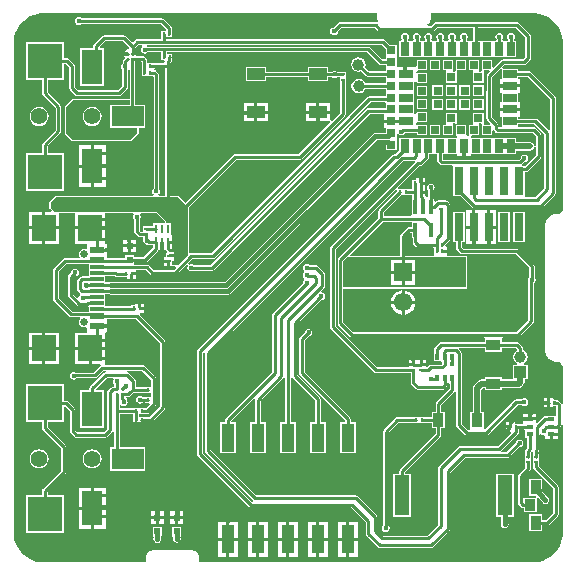
<source format=gtl>
G04*
G04 #@! TF.GenerationSoftware,Altium Limited,Altium Designer,20.1.14 (287)*
G04*
G04 Layer_Physical_Order=1*
G04 Layer_Color=255*
%FSLAX44Y44*%
%MOMM*%
G71*
G04*
G04 #@! TF.SameCoordinates,D1A4AC06-9C69-4D29-80E8-20607C734ED5*
G04*
G04*
G04 #@! TF.FilePolarity,Positive*
G04*
G01*
G75*
%ADD14C,0.5080*%
%ADD17C,0.2540*%
%ADD19R,0.2800X0.3000*%
%ADD20R,1.5494X0.9906*%
%ADD21R,0.7000X0.7000*%
%ADD22R,1.1500X0.7000*%
%ADD23R,0.7000X1.1500*%
%ADD24R,0.3000X0.2800*%
%ADD25R,0.5500X0.5500*%
%ADD26R,0.4000X1.1900*%
%ADD27C,1.0000*%
%ADD28R,0.9000X1.0000*%
%ADD29R,0.9000X1.2000*%
%ADD30R,0.5500X0.3500*%
%ADD31R,0.3500X0.5500*%
%ADD32R,1.2200X0.9100*%
%ADD33R,0.9100X1.2200*%
%ADD34R,1.3000X3.4000*%
%ADD35C,0.2500*%
%ADD36R,2.8000X1.8000*%
%ADD37R,1.8000X3.0000*%
%ADD38R,3.0000X3.0000*%
%ADD39R,2.0000X2.1800*%
%ADD40R,1.1500X0.3000*%
%ADD41R,1.1500X0.6000*%
%ADD42R,0.2800X0.8500*%
%ADD43R,0.2800X0.7500*%
%ADD44R,0.7620X2.3876*%
%ADD45R,1.1176X2.4384*%
%ADD75C,0.3810*%
%ADD76R,1.0000X1.0000*%
%ADD77C,1.4000*%
%ADD78C,0.6500*%
%ADD79R,1.5500X1.5500*%
%ADD80C,1.5500*%
%ADD81C,0.4500*%
G36*
X583410Y735500D02*
X583435Y735374D01*
X583423Y735246D01*
X583471Y734759D01*
X583581Y734395D01*
X583656Y734021D01*
X583836Y733586D01*
X583216Y732944D01*
X582837Y732678D01*
X582048Y732835D01*
X580865D01*
X580664Y732875D01*
X551982D01*
X551090Y732697D01*
X550334Y732192D01*
X546587Y728445D01*
X545588Y728247D01*
X544507Y727525D01*
X543786Y726444D01*
X543532Y725170D01*
X543786Y723896D01*
X544507Y722815D01*
X545588Y722094D01*
X546862Y721840D01*
X548136Y722094D01*
X549217Y722815D01*
X549939Y723896D01*
X550192Y725170D01*
X550144Y725410D01*
X552947Y728213D01*
X580503D01*
X580704Y728173D01*
X581083D01*
X583536Y725719D01*
X584293Y725214D01*
X585185Y725037D01*
X629627D01*
X630519Y725214D01*
X631276Y725719D01*
X633730Y728173D01*
X637988D01*
X638189Y728213D01*
X664379D01*
Y717052D01*
X662496D01*
X662194Y717052D01*
X661226D01*
X660924Y717052D01*
X659609D01*
X659167Y718322D01*
X659667Y719070D01*
X659920Y720344D01*
X659667Y721618D01*
X658945Y722699D01*
X657864Y723420D01*
X656590Y723674D01*
X655316Y723420D01*
X654235Y722699D01*
X653513Y721618D01*
X653260Y720344D01*
X653513Y719070D01*
X654013Y718322D01*
X653590Y717219D01*
X653450Y717052D01*
X652496D01*
X652194Y717052D01*
X651226D01*
X650924Y717052D01*
X649824D01*
X649684Y717219D01*
X649261Y718322D01*
X649761Y719070D01*
X650014Y720344D01*
X649761Y721618D01*
X649039Y722699D01*
X647958Y723420D01*
X646684Y723674D01*
X645410Y723420D01*
X644329Y722699D01*
X643607Y721618D01*
X643354Y720344D01*
X643607Y719070D01*
X644107Y718322D01*
X643684Y717219D01*
X643544Y717052D01*
X642496D01*
X642194Y717052D01*
X641226D01*
X640924Y717052D01*
X639917D01*
X639778Y717219D01*
X639355Y718322D01*
X639855Y719070D01*
X640108Y720344D01*
X639855Y721618D01*
X639133Y722699D01*
X638052Y723420D01*
X636778Y723674D01*
X635504Y723420D01*
X634423Y722699D01*
X633702Y721618D01*
X633448Y720344D01*
X633702Y719070D01*
X634201Y718322D01*
X633727Y717052D01*
X632496D01*
X632194Y717052D01*
X631226D01*
X630924Y717052D01*
X629654D01*
X629195Y718322D01*
X629695Y719070D01*
X629948Y720344D01*
X629695Y721618D01*
X628973Y722699D01*
X627892Y723420D01*
X626618Y723674D01*
X625344Y723420D01*
X624263Y722699D01*
X623541Y721618D01*
X623288Y720344D01*
X623541Y719070D01*
X624041Y718322D01*
X623618Y717219D01*
X623479Y717052D01*
X622496D01*
X622194Y717052D01*
X621226D01*
X620924Y717052D01*
X619851D01*
X619712Y717219D01*
X619289Y718322D01*
X619789Y719070D01*
X620042Y720344D01*
X619789Y721618D01*
X619067Y722699D01*
X617986Y723420D01*
X616712Y723674D01*
X615438Y723420D01*
X614357Y722699D01*
X613635Y721618D01*
X613382Y720344D01*
X613635Y719070D01*
X614135Y718322D01*
X613712Y717219D01*
X613573Y717052D01*
X612496D01*
X612194Y717052D01*
X611226D01*
X610924Y717052D01*
X609945D01*
X609806Y717219D01*
X609383Y718322D01*
X609883Y719070D01*
X610136Y720344D01*
X609883Y721618D01*
X609161Y722699D01*
X608080Y723420D01*
X606806Y723674D01*
X605532Y723420D01*
X604451Y722699D01*
X603730Y721618D01*
X603476Y720344D01*
X603730Y719070D01*
X604229Y718322D01*
X603772Y717052D01*
X602194D01*
Y703520D01*
X610924D01*
X611226Y703520D01*
X612194D01*
X612496Y703520D01*
X620924D01*
X621226Y703520D01*
X622194D01*
X622496Y703520D01*
X630924D01*
X631226Y703520D01*
X632194D01*
X632496Y703520D01*
X640924D01*
X641226Y703520D01*
X642194D01*
X642496Y703520D01*
X650924D01*
X651226Y703520D01*
X652194D01*
X652496Y703520D01*
X660924D01*
X661226Y703520D01*
X662194D01*
X662496Y703520D01*
X670924D01*
X671226Y703520D01*
X672194D01*
X672496Y703520D01*
X680924D01*
X681226Y703520D01*
X682194D01*
X682496Y703520D01*
X690924D01*
X691226Y703520D01*
X692194D01*
X692496Y703520D01*
X701226D01*
Y717052D01*
X699406D01*
X699129Y718322D01*
X699799Y719324D01*
X700052Y720598D01*
X699799Y721872D01*
X699077Y722953D01*
X697996Y723674D01*
X696722Y723928D01*
X695448Y723674D01*
X694367Y722953D01*
X693645Y721872D01*
X693392Y720598D01*
X693645Y719324D01*
X694315Y718322D01*
X694038Y717052D01*
X692496D01*
X692194Y717052D01*
X691226D01*
X690924Y717052D01*
X689500D01*
X689223Y718322D01*
X689893Y719324D01*
X690146Y720598D01*
X689893Y721872D01*
X689171Y722953D01*
X688090Y723674D01*
X686816Y723928D01*
X685542Y723674D01*
X684461Y722953D01*
X683739Y721872D01*
X683486Y720598D01*
X683739Y719324D01*
X684409Y718322D01*
X684169Y717052D01*
X682496D01*
X682194Y717052D01*
X681226D01*
X680924Y717052D01*
X672496D01*
X672194Y717052D01*
X671226D01*
X670924Y717052D01*
X669041D01*
Y728213D01*
X701051D01*
X708869Y720395D01*
Y703783D01*
X706425Y701339D01*
X689864D01*
X688972Y701161D01*
X688216Y700656D01*
X681899Y694340D01*
X680726Y694826D01*
Y701052D01*
X671694D01*
Y692072D01*
X671694Y692020D01*
X671569Y690802D01*
X669852D01*
X669726Y692020D01*
X669726Y692072D01*
Y701052D01*
X660694D01*
Y692020D01*
X664318D01*
X664444Y690802D01*
X664444Y690750D01*
Y681770D01*
X673476D01*
Y690750D01*
X673476Y690802D01*
X673602Y692020D01*
X677920D01*
X678407Y690847D01*
X676566Y689006D01*
X676060Y688250D01*
X675883Y687358D01*
Y675102D01*
X675849Y674932D01*
Y651510D01*
X676027Y650618D01*
X676532Y649862D01*
X679168Y647225D01*
X678682Y646052D01*
X673602D01*
X673476Y647270D01*
X673476Y647322D01*
Y656302D01*
X664444D01*
Y647322D01*
X664444Y647270D01*
X664318Y646052D01*
X660694D01*
Y637346D01*
X660694Y637020D01*
X660515Y636805D01*
X659772D01*
X658726Y638001D01*
Y646052D01*
X650964D01*
X650602Y646052D01*
X650476Y647270D01*
X650476Y647319D01*
Y648059D01*
X650476Y648145D01*
Y656302D01*
X641444D01*
Y647322D01*
X641444Y647270D01*
X641319Y646052D01*
X638694D01*
Y637020D01*
X647726D01*
Y646000D01*
X647726Y646052D01*
X647852Y647270D01*
X649206D01*
X649568Y647270D01*
X649694Y646052D01*
X649694Y646003D01*
Y645263D01*
X649694Y645177D01*
Y637020D01*
X649883D01*
X650670Y636076D01*
X650670Y635822D01*
X650496Y634552D01*
X642496D01*
X642194Y634552D01*
X641226D01*
X640924Y634552D01*
X632496D01*
X632194Y634552D01*
X631226D01*
X630924Y634552D01*
X622496D01*
X622194Y634552D01*
X621226D01*
X620924Y634552D01*
X612194D01*
Y634552D01*
X611226D01*
Y634552D01*
X602194D01*
Y624316D01*
X598841Y620964D01*
X597557D01*
X596665Y620786D01*
X595909Y620281D01*
X431667Y456039D01*
X431162Y455283D01*
X430984Y454391D01*
Y367281D01*
X431162Y366389D01*
X431667Y365633D01*
X474558Y322742D01*
X475314Y322237D01*
X476206Y322059D01*
X561143D01*
X573533Y309669D01*
Y299639D01*
X573710Y298747D01*
X574216Y297990D01*
X583637Y288569D01*
X584393Y288064D01*
X585285Y287886D01*
X629218D01*
X630110Y288064D01*
X630866Y288569D01*
X644522Y302225D01*
X645027Y302981D01*
X645205Y303873D01*
Y351587D01*
X657555Y363937D01*
X693674D01*
X694566Y364115D01*
X695322Y364620D01*
X703806Y373104D01*
X703834Y373098D01*
X705108Y373352D01*
X706189Y374073D01*
X706910Y375154D01*
X707164Y376428D01*
X706910Y377702D01*
X706189Y378783D01*
X705108Y379505D01*
X703834Y379758D01*
X702560Y379505D01*
X701479Y378783D01*
X700758Y377702D01*
X700504Y376428D01*
X700510Y376400D01*
X692709Y368599D01*
X688130D01*
X687745Y369869D01*
X688125Y370123D01*
X702498Y384496D01*
X703003Y385252D01*
X703181Y386144D01*
Y387882D01*
X703266D01*
Y388067D01*
X707508D01*
X708598Y387632D01*
Y386664D01*
X708598D01*
Y381132D01*
X710033D01*
Y372207D01*
X709298Y371472D01*
X708793Y370716D01*
X708615Y369824D01*
Y367224D01*
X708430D01*
Y357692D01*
X708615D01*
Y355549D01*
X703202Y350136D01*
X702697Y349380D01*
X702519Y348488D01*
Y326136D01*
X702697Y325244D01*
X703202Y324488D01*
X705488Y322202D01*
X706244Y321697D01*
X707136Y321519D01*
X707464D01*
Y318088D01*
X718496D01*
Y329596D01*
X719764Y330124D01*
X722567Y327321D01*
X722601Y327148D01*
X723323Y326067D01*
X724404Y325345D01*
X725678Y325092D01*
X726952Y325345D01*
X728033Y326067D01*
X728755Y327148D01*
X729008Y328422D01*
X728755Y329696D01*
X728033Y330777D01*
X726952Y331498D01*
X726779Y331533D01*
X723053Y335259D01*
Y336509D01*
X722996Y336797D01*
Y345824D01*
X724103Y346512D01*
X732237Y338379D01*
Y317449D01*
X726223Y311435D01*
X722996D01*
Y316120D01*
X711964D01*
Y302088D01*
X722996D01*
Y306773D01*
X727188D01*
X728080Y306951D01*
X728836Y307456D01*
X736216Y314836D01*
X736721Y315592D01*
X736899Y316484D01*
Y339344D01*
X736721Y340236D01*
X736216Y340992D01*
X720396Y356813D01*
X720066Y357946D01*
X720066Y357946D01*
X720066D01*
X720066Y357946D01*
Y367478D01*
X719881D01*
Y369367D01*
X720014Y369499D01*
X720519Y370255D01*
X720696Y371147D01*
Y383764D01*
X721393Y384110D01*
X721966Y384251D01*
X722924Y383611D01*
X724198Y383358D01*
X724304Y383379D01*
X725574Y382337D01*
Y379608D01*
X729594D01*
Y383898D01*
X730864D01*
Y385168D01*
X736154D01*
Y388188D01*
X736233Y388240D01*
X736258Y388245D01*
X737014Y388750D01*
X738502Y390238D01*
X739007Y390994D01*
X739140Y391663D01*
X740410Y391538D01*
Y300500D01*
Y298867D01*
X739984Y295630D01*
X739139Y292475D01*
X737889Y289459D01*
X736257Y286631D01*
X734269Y284040D01*
X731960Y281731D01*
X729369Y279743D01*
X726541Y278111D01*
X723524Y276861D01*
X720370Y276016D01*
X717133Y275590D01*
X432590D01*
Y280500D01*
X432565Y280626D01*
X432577Y280754D01*
X432529Y281242D01*
X432419Y281606D01*
X432345Y281979D01*
X431971Y282880D01*
X431410Y283720D01*
X431410Y283720D01*
X430720Y284410D01*
X429880Y284971D01*
X428979Y285345D01*
X428606Y285419D01*
X428242Y285529D01*
X427754Y285577D01*
X427626Y285565D01*
X427500Y285590D01*
X392500D01*
X392374Y285565D01*
X392246Y285577D01*
X391758Y285529D01*
X391394Y285419D01*
X391021Y285345D01*
X390120Y284971D01*
X389280Y284410D01*
X389280Y284410D01*
X388590Y283720D01*
X388029Y282880D01*
X387655Y281979D01*
X387581Y281605D01*
X387471Y281241D01*
X387423Y280754D01*
X387435Y280626D01*
X387410Y280500D01*
Y275590D01*
X298867D01*
X295630Y276016D01*
X292475Y276861D01*
X289459Y278111D01*
X286631Y279743D01*
X284040Y281731D01*
X281731Y284040D01*
X279743Y286631D01*
X278111Y289459D01*
X276861Y292475D01*
X276016Y295630D01*
X275590Y298867D01*
Y300500D01*
Y715500D01*
Y717133D01*
X276016Y720370D01*
X276861Y723524D01*
X278111Y726541D01*
X279743Y729369D01*
X281731Y731960D01*
X284040Y734269D01*
X286631Y736257D01*
X289459Y737889D01*
X292475Y739139D01*
X295630Y739984D01*
X298867Y740410D01*
X583410D01*
Y735500D01*
D02*
G37*
G36*
X689194Y693246D02*
Y685076D01*
X687670D01*
Y680306D01*
X695960D01*
X704250D01*
Y685076D01*
X702726D01*
Y686771D01*
X710997D01*
X729649Y668119D01*
Y641710D01*
X728379Y641183D01*
X718944Y650618D01*
X718188Y651123D01*
X717296Y651301D01*
X702726D01*
Y652996D01*
X704250D01*
Y657766D01*
X695960D01*
X687670D01*
Y652996D01*
X689194D01*
X689194Y644520D01*
X688166Y643935D01*
X685967D01*
X685845Y644057D01*
Y646176D01*
X685667Y647068D01*
X685162Y647824D01*
X680511Y652475D01*
Y674797D01*
X680545Y674966D01*
Y686392D01*
X688079Y693927D01*
X689194Y693246D01*
D02*
G37*
G36*
X671694Y646052D02*
X671694Y646000D01*
Y637020D01*
X680726D01*
Y640864D01*
X681457Y641236D01*
X681996Y641314D01*
X683354Y639956D01*
X684110Y639451D01*
X685002Y639273D01*
X714807D01*
X717759Y636321D01*
Y628335D01*
X716489Y628209D01*
X716328Y629021D01*
X715542Y630198D01*
X714365Y630984D01*
X712978Y631260D01*
X701226D01*
Y634552D01*
X692194D01*
Y634552D01*
X691226D01*
Y634552D01*
X682496D01*
X682194Y634552D01*
X681226D01*
X680924Y634552D01*
X672496D01*
X672194Y634552D01*
X671226D01*
X670924Y634552D01*
X663648D01*
X662750Y635450D01*
Y636076D01*
X663537Y637020D01*
X669726D01*
Y646000D01*
X669726Y646052D01*
X669852Y647270D01*
X671569D01*
X671694Y646052D01*
D02*
G37*
G36*
X657980Y619496D02*
X662750D01*
Y621020D01*
X670924D01*
X671226Y621020D01*
X672194D01*
X672496Y621020D01*
X680924D01*
X681226Y621020D01*
X682194D01*
X682496Y621020D01*
X691226D01*
Y621020D01*
X692194D01*
Y621020D01*
X701226D01*
Y624008D01*
X712978D01*
X714365Y624284D01*
X715542Y625070D01*
X716328Y626246D01*
X716489Y627059D01*
X717759Y626934D01*
Y620217D01*
X709258Y611716D01*
X708152Y611320D01*
X708152Y611320D01*
Y611320D01*
X708152Y611320D01*
X706728D01*
X706331Y612308D01*
X706310Y612590D01*
X708038Y614318D01*
X709241Y614557D01*
X710322Y615279D01*
X711044Y616359D01*
X711297Y617634D01*
X711044Y618908D01*
X710322Y619988D01*
X709241Y620710D01*
X707967Y620964D01*
X706693Y620710D01*
X705612Y619988D01*
X704891Y618908D01*
X704637Y617634D01*
X704658Y617530D01*
X703631Y616503D01*
X639163D01*
X639041Y616625D01*
Y621020D01*
X640924D01*
X641226Y621020D01*
X642194D01*
X642496Y621020D01*
X650670D01*
Y619496D01*
X655440D01*
Y627786D01*
X657980D01*
Y619496D01*
D02*
G37*
G36*
X724871Y638099D02*
Y592277D01*
X717347Y584753D01*
X709149D01*
X708152Y585412D01*
X708152Y586023D01*
Y606124D01*
X709293D01*
X710185Y606302D01*
X710941Y606807D01*
X721738Y617604D01*
X722243Y618360D01*
X722421Y619252D01*
Y637286D01*
X722243Y638178D01*
X721738Y638935D01*
X717421Y643252D01*
X716665Y643757D01*
X715772Y643935D01*
X703754D01*
X702726Y644520D01*
X702726Y645205D01*
Y646639D01*
X716331D01*
X724871Y638099D01*
D02*
G37*
G36*
X720370Y739984D02*
X723524Y739139D01*
X726541Y737889D01*
X729369Y736257D01*
X731960Y734269D01*
X734269Y731960D01*
X736257Y729369D01*
X737889Y726541D01*
X739139Y723524D01*
X739984Y720370D01*
X740410Y717133D01*
Y715500D01*
Y575500D01*
X740410Y575016D01*
X740222Y574068D01*
X739852Y573174D01*
X739314Y572370D01*
X738630Y571686D01*
X737826Y571148D01*
X736932Y570778D01*
X735984Y570590D01*
X735500Y570590D01*
X735437Y570577D01*
X735373Y570587D01*
X734638Y570550D01*
X734452Y570504D01*
X734260D01*
X732818Y570217D01*
X732582Y570119D01*
X732332Y570070D01*
X730974Y569507D01*
X730761Y569365D01*
X730526Y569268D01*
X729303Y568451D01*
X729123Y568270D01*
X728911Y568129D01*
X727871Y567089D01*
X727729Y566877D01*
X727549Y566697D01*
X726732Y565474D01*
X726635Y565239D01*
X726493Y565027D01*
X725930Y563668D01*
X725881Y563418D01*
X725783Y563182D01*
X725496Y561740D01*
Y561548D01*
X725450Y561362D01*
X725414Y560627D01*
X725423Y560563D01*
X725410Y560500D01*
Y455500D01*
X725423Y455437D01*
X725414Y455373D01*
X725450Y454638D01*
X725496Y454452D01*
Y454260D01*
X725783Y452818D01*
X725881Y452582D01*
X725930Y452332D01*
X726493Y450974D01*
X726635Y450761D01*
X726732Y450526D01*
X727549Y449303D01*
X727730Y449123D01*
X727871Y448911D01*
X728911Y447871D01*
X729123Y447729D01*
X729303Y447549D01*
X730526Y446732D01*
X730761Y446635D01*
X730974Y446493D01*
X732332Y445930D01*
X732582Y445881D01*
X732818Y445783D01*
X734260Y445496D01*
X734452D01*
X734638Y445450D01*
X735373Y445414D01*
X735437Y445423D01*
X735500Y445410D01*
X735984D01*
X736932Y445222D01*
X737826Y444851D01*
X738630Y444314D01*
X739314Y443630D01*
X739852Y442826D01*
X740222Y441932D01*
X740410Y440984D01*
Y409832D01*
X739140Y409707D01*
X739007Y410376D01*
X738502Y411132D01*
X737244Y412390D01*
X736488Y412895D01*
X735596Y413073D01*
X735524D01*
Y413234D01*
X733962D01*
X733616Y413303D01*
X732348Y414029D01*
Y414758D01*
X729678D01*
Y410718D01*
Y406678D01*
X732348D01*
Y408202D01*
X734523D01*
Y399664D01*
X727098D01*
Y399229D01*
X725320D01*
X724428Y399051D01*
X723672Y398546D01*
X718924Y393798D01*
X717654Y394324D01*
Y395628D01*
X712364D01*
X707074D01*
Y392729D01*
X703266D01*
Y392914D01*
X700090D01*
Y394438D01*
X697420D01*
Y390398D01*
X696150D01*
Y389128D01*
X692210D01*
Y386358D01*
X696108D01*
X696594Y385185D01*
X685512Y374102D01*
X653711D01*
X652819Y373924D01*
X652063Y373419D01*
X635638Y356994D01*
X635133Y356238D01*
X634955Y355346D01*
Y307347D01*
X625746Y298138D01*
X588210D01*
X583532Y302816D01*
Y313623D01*
X583355Y314515D01*
X582850Y315271D01*
X566605Y331516D01*
X565849Y332022D01*
X564957Y332199D01*
X480888D01*
X442005Y371083D01*
Y451914D01*
X605464Y615374D01*
X614356D01*
X614977Y615498D01*
X615659Y614605D01*
X615726Y614450D01*
X544257Y542981D01*
X543752Y542225D01*
X543574Y541333D01*
Y474792D01*
X543752Y473900D01*
X544257Y473144D01*
X580709Y436692D01*
X581465Y436187D01*
X582357Y436009D01*
X611402D01*
Y435924D01*
X611587D01*
Y427736D01*
X611765Y426844D01*
X612270Y426088D01*
X615826Y422532D01*
X616582Y422027D01*
X617474Y421849D01*
X638810D01*
X639702Y422027D01*
X640458Y422532D01*
X641982Y424056D01*
X642487Y424812D01*
X642665Y425704D01*
Y426985D01*
X643100Y427420D01*
X644068D01*
X644607Y426881D01*
Y422351D01*
X633512Y411256D01*
X633007Y410500D01*
X632829Y409608D01*
Y403102D01*
X629594D01*
Y398345D01*
X623509D01*
Y398530D01*
X613977D01*
Y398345D01*
X600206D01*
X599314Y398167D01*
X598558Y397662D01*
X588783Y387887D01*
X588278Y387131D01*
X588101Y386239D01*
Y306884D01*
X587426Y305874D01*
X587173Y304600D01*
X587426Y303326D01*
X588148Y302245D01*
X589228Y301523D01*
X590503Y301270D01*
X591777Y301523D01*
X592857Y302245D01*
X593579Y303326D01*
X593833Y304600D01*
X593579Y305874D01*
X592857Y306954D01*
X592762Y307018D01*
Y385273D01*
X601172Y393683D01*
X613977D01*
Y393498D01*
X623509D01*
Y393683D01*
X629594D01*
Y388870D01*
X632829D01*
Y384157D01*
X602806Y354134D01*
X602301Y353378D01*
X602123Y352486D01*
Y350248D01*
X596938D01*
Y314216D01*
X611970D01*
Y350248D01*
X606785D01*
Y351521D01*
X636808Y381544D01*
X637313Y382300D01*
X637491Y383192D01*
Y388870D01*
X640726D01*
Y403102D01*
X637491D01*
Y408643D01*
X648586Y419738D01*
X648925Y420245D01*
X650195Y420029D01*
Y391922D01*
X650373Y391030D01*
X650878Y390274D01*
X657482Y383670D01*
X658238Y383165D01*
X659130Y382987D01*
X675334D01*
X676226Y383165D01*
X676983Y383670D01*
X702208Y408895D01*
X705527D01*
X705543Y408871D01*
X706624Y408149D01*
X707898Y407896D01*
X709172Y408149D01*
X710253Y408871D01*
X710975Y409952D01*
X711228Y411226D01*
X710975Y412500D01*
X710253Y413581D01*
X709172Y414302D01*
X707898Y414556D01*
X706624Y414302D01*
X705543Y413581D01*
X705527Y413557D01*
X701243D01*
X700350Y413379D01*
X699594Y412874D01*
X674780Y388060D01*
X673460Y388520D01*
X673426Y388870D01*
X673426Y388919D01*
Y403102D01*
X671486D01*
Y421756D01*
X672984Y423254D01*
X674620D01*
Y421314D01*
X688852D01*
Y423254D01*
X702978D01*
X702978Y423254D01*
X704365Y423530D01*
X705542Y424316D01*
X707160Y425934D01*
X707160Y425934D01*
X707946Y427110D01*
X708222Y428498D01*
X708222Y428498D01*
Y430864D01*
X710612D01*
Y442896D01*
X707707D01*
X707322Y444166D01*
X708933Y445243D01*
X710263Y447233D01*
X710730Y449580D01*
X710263Y451927D01*
X708933Y453917D01*
X706943Y455247D01*
X706673Y455301D01*
Y457200D01*
X706495Y458092D01*
X705990Y458848D01*
X703610Y461228D01*
X702854Y461733D01*
X701962Y461911D01*
X688852D01*
Y464775D01*
X688852Y465146D01*
X689747Y466045D01*
X702564D01*
X703456Y466223D01*
X704212Y466728D01*
X715388Y477904D01*
X715893Y478660D01*
X716071Y479552D01*
Y511894D01*
X716603Y512249D01*
X717325Y513330D01*
X717578Y514604D01*
X717325Y515878D01*
X716603Y516959D01*
X716579Y516975D01*
Y526034D01*
X716401Y526926D01*
X715896Y527682D01*
X703196Y540382D01*
X702440Y540887D01*
X701548Y541065D01*
X656031D01*
X654857Y542239D01*
Y546412D01*
X657352D01*
Y572320D01*
X647700D01*
Y546412D01*
X650195D01*
Y541274D01*
X650373Y540382D01*
X650878Y539626D01*
X653418Y537086D01*
X654174Y536581D01*
X655066Y536403D01*
X700583D01*
X711917Y525069D01*
Y516975D01*
X711893Y516959D01*
X711171Y515878D01*
X710918Y514604D01*
X711171Y513330D01*
X711450Y512913D01*
X711409Y512710D01*
Y480517D01*
X701599Y470707D01*
X562749D01*
X554442Y479013D01*
Y484133D01*
Y507292D01*
X657033Y507292D01*
X658212D01*
X658990Y507614D01*
X659312Y508392D01*
X659312Y533886D01*
X658990Y534664D01*
X658212Y534986D01*
X642374D01*
Y537490D01*
X638434D01*
Y540030D01*
X642374D01*
Y542800D01*
X641444D01*
X641057Y544070D01*
X644522Y547536D01*
X645027Y548292D01*
X645205Y549184D01*
Y578204D01*
X645027Y579096D01*
X644522Y579852D01*
X643034Y581340D01*
X642278Y581845D01*
X641386Y582023D01*
X640056D01*
Y582108D01*
X635024D01*
Y581893D01*
X634934D01*
X634042Y581715D01*
X633286Y581210D01*
X632735Y580659D01*
X631562Y581146D01*
Y583240D01*
X630963D01*
Y590567D01*
X631074Y590641D01*
X631796Y591721D01*
X632049Y592996D01*
X631796Y594270D01*
X631074Y595350D01*
X629993Y596072D01*
X628719Y596325D01*
X627445Y596072D01*
X626365Y595350D01*
X625643Y594270D01*
X625389Y592996D01*
X625643Y591721D01*
X626302Y590735D01*
Y585485D01*
X625348Y584976D01*
X624082Y585499D01*
Y587756D01*
X620142D01*
Y590296D01*
X624082D01*
Y593066D01*
X624018D01*
Y595376D01*
X620078D01*
Y596646D01*
X618808D01*
Y600686D01*
X616138D01*
Y599162D01*
X612962D01*
Y594130D01*
X613079D01*
Y591542D01*
X613026D01*
Y591357D01*
X610048D01*
Y591542D01*
X601206D01*
X600680Y592812D01*
X618947Y611079D01*
X619760D01*
X620652Y611257D01*
X621408Y611762D01*
X626224Y616578D01*
X626729Y617334D01*
X626907Y618226D01*
Y621020D01*
X630924D01*
X631226Y621020D01*
X632194D01*
X632496Y621020D01*
X634379D01*
Y615660D01*
X634557Y614768D01*
X635062Y614012D01*
X636550Y612524D01*
X637306Y612019D01*
X638198Y611841D01*
X646646D01*
X647700Y611320D01*
X647700Y610571D01*
Y585412D01*
X654056D01*
X663520Y575948D01*
X664276Y575443D01*
X665168Y575265D01*
X721614D01*
X722506Y575443D01*
X723262Y575948D01*
X733628Y586314D01*
X734133Y587070D01*
X734310Y587962D01*
Y669084D01*
X734133Y669976D01*
X733628Y670732D01*
X713610Y690750D01*
X712854Y691255D01*
X711962Y691433D01*
X702726D01*
Y693552D01*
X689500D01*
X688819Y694667D01*
X690829Y696677D01*
X707390D01*
X708282Y696855D01*
X709038Y697360D01*
X712848Y701170D01*
X713353Y701926D01*
X713531Y702818D01*
Y721360D01*
X713353Y722252D01*
X712848Y723008D01*
X703664Y732192D01*
X702908Y732697D01*
X702016Y732875D01*
X638028D01*
X637827Y732835D01*
X632764D01*
X631872Y732657D01*
X631116Y732152D01*
X628662Y729698D01*
X625986D01*
X625734Y730968D01*
X625880Y731029D01*
X626720Y731590D01*
X626720Y731590D01*
X627410Y732280D01*
X627971Y733120D01*
X628344Y734021D01*
X628419Y734394D01*
X628529Y734758D01*
X628577Y735246D01*
X628565Y735374D01*
X628590Y735500D01*
Y740410D01*
X717133D01*
X720370Y739984D01*
D02*
G37*
G36*
X613026Y586510D02*
X613163D01*
Y583240D01*
X612530D01*
Y569308D01*
X611491Y568751D01*
X589071D01*
Y571769D01*
X603812Y586510D01*
X610048D01*
Y586695D01*
X613026D01*
Y586510D01*
D02*
G37*
G36*
X612530Y550108D02*
X613215D01*
Y547012D01*
X613393Y546120D01*
X613898Y545364D01*
X616334Y542928D01*
X617090Y542423D01*
X617982Y542245D01*
X630591D01*
X631318Y541276D01*
Y536244D01*
X631318D01*
X631290Y534986D01*
X607169Y534986D01*
Y550787D01*
X611125Y554743D01*
X612530D01*
Y550108D01*
D02*
G37*
G36*
Y564040D02*
Y559405D01*
X610160D01*
X609268Y559227D01*
X608512Y558722D01*
X603190Y553400D01*
X602685Y552644D01*
X602507Y551752D01*
Y534986D01*
X560769D01*
X560283Y536159D01*
X588213Y564089D01*
X611280D01*
X612530Y564040D01*
D02*
G37*
G36*
X658212Y508392D02*
X554442Y508392D01*
Y530318D01*
X558010Y533886D01*
X658212Y533886D01*
X658212Y508392D01*
D02*
G37*
G36*
X701970Y456276D02*
X701897Y455012D01*
X700259Y453917D01*
X698929Y451927D01*
X698462Y449580D01*
X698929Y447233D01*
X700259Y445243D01*
X701870Y444166D01*
X701485Y442896D01*
X698580D01*
Y430864D01*
X697458Y430506D01*
X688852D01*
Y432446D01*
X674620D01*
Y430506D01*
X671482D01*
X671482Y430506D01*
X670095Y430230D01*
X668918Y429444D01*
X665296Y425822D01*
X664510Y424646D01*
X664234Y423258D01*
X664234Y423258D01*
Y403102D01*
X662294D01*
Y388919D01*
X662294Y388870D01*
X662176Y387649D01*
X660096D01*
X654857Y392887D01*
Y452628D01*
X654679Y453520D01*
X654174Y454276D01*
X652471Y455979D01*
X652997Y457249D01*
X674620D01*
Y454014D01*
X688852D01*
Y457249D01*
X700997D01*
X701970Y456276D01*
D02*
G37*
G36*
X600266Y590774D02*
X600388Y589678D01*
X585092Y574382D01*
X584587Y573626D01*
X584409Y572734D01*
Y566877D01*
X550464Y532932D01*
X549958Y532176D01*
X549781Y531284D01*
Y478047D01*
X549958Y477156D01*
X550464Y476399D01*
X560135Y466728D01*
X560891Y466223D01*
X561783Y466045D01*
X673725D01*
X674620Y465146D01*
X674620Y464775D01*
Y461911D01*
X637126D01*
X636234Y461733D01*
X635478Y461228D01*
X632186Y457936D01*
X631681Y457180D01*
X631503Y456288D01*
Y453452D01*
X631068D01*
Y445920D01*
X636600D01*
Y445920D01*
X636733D01*
X638003Y444830D01*
Y443433D01*
X637591Y443021D01*
X628904D01*
X628012Y442843D01*
X627256Y442338D01*
X625832Y440914D01*
X624562Y441349D01*
Y441706D01*
X620522D01*
Y442976D01*
X619252D01*
Y446916D01*
X617958D01*
Y446980D01*
X615188D01*
Y443040D01*
X613918D01*
Y441770D01*
X609878D01*
Y440671D01*
X583322D01*
X548236Y475757D01*
Y540368D01*
X599101Y591233D01*
X600266Y590774D01*
D02*
G37*
G36*
X715219Y368765D02*
Y367478D01*
X715034D01*
Y357946D01*
X715219D01*
Y356362D01*
X715397Y355470D01*
X715902Y354714D01*
X723388Y347228D01*
X722700Y346120D01*
X711964D01*
Y332088D01*
X717540D01*
X718112Y331332D01*
X717565Y330120D01*
X707464D01*
X707181Y331273D01*
Y347523D01*
X712594Y352936D01*
X713099Y353692D01*
X713277Y354584D01*
Y357692D01*
X713462D01*
Y367224D01*
X713277D01*
Y368555D01*
X713989Y369280D01*
X714029Y369307D01*
X715219Y368765D01*
D02*
G37*
G36*
X437076Y453016D02*
X437343Y452771D01*
Y370117D01*
X437521Y369226D01*
X438026Y368469D01*
X478247Y328248D01*
X478239Y328104D01*
X477882Y326956D01*
X477042Y326851D01*
X435646Y368246D01*
Y453089D01*
X436167Y453478D01*
X437076Y453016D01*
D02*
G37*
%LPC*%
G36*
X330742Y737220D02*
X329467Y736967D01*
X328387Y736245D01*
X327665Y735165D01*
X327411Y733890D01*
X327665Y732616D01*
X328387Y731536D01*
X329467Y730814D01*
X330742Y730560D01*
X332016Y730814D01*
X333006Y731475D01*
X400355D01*
X404855Y726974D01*
Y725146D01*
X400110D01*
Y720114D01*
X400195D01*
Y718611D01*
X380238D01*
X379346Y718433D01*
X378590Y717928D01*
X376174Y715512D01*
X370710Y720976D01*
X369954Y721481D01*
X369062Y721659D01*
X352044D01*
X351152Y721481D01*
X350396Y720976D01*
X343424Y714004D01*
X342919Y713248D01*
X342741Y712356D01*
Y711050D01*
X332016D01*
Y679018D01*
X352048D01*
Y711050D01*
X348858D01*
X348332Y712320D01*
X353009Y716997D01*
X368097D01*
X373165Y711929D01*
X373119Y710913D01*
X372142Y709952D01*
X370663Y709658D01*
X369410Y708820D01*
X368572Y707567D01*
X368530Y707358D01*
X372142D01*
Y704818D01*
X368530D01*
X368572Y704609D01*
X369409Y703356D01*
X369473Y702715D01*
X368567Y701810D01*
X368062Y701053D01*
X367885Y700162D01*
Y698035D01*
X367486Y697768D01*
X366764Y696688D01*
X366511Y695414D01*
X366764Y694139D01*
X367486Y693059D01*
X367510Y693043D01*
Y678654D01*
X364033Y675177D01*
X330403D01*
X327451Y678129D01*
Y695706D01*
X327273Y696598D01*
X326768Y697354D01*
X322440Y701682D01*
X321684Y702187D01*
X320792Y702365D01*
X318048D01*
Y716050D01*
X286016D01*
Y684018D01*
X299675D01*
Y672846D01*
X299853Y671954D01*
X300358Y671198D01*
X311105Y660451D01*
Y641553D01*
X300384Y630832D01*
X299879Y630076D01*
X299701Y629184D01*
Y622050D01*
X286016D01*
Y590018D01*
X318048D01*
Y622050D01*
X304363D01*
Y628219D01*
X315084Y638940D01*
X315589Y639696D01*
X315767Y640588D01*
Y661416D01*
X315589Y662308D01*
X315084Y663064D01*
X304337Y673811D01*
Y684018D01*
X318048D01*
Y697703D01*
X319827D01*
X322789Y694741D01*
Y677164D01*
X322967Y676272D01*
X323472Y675516D01*
X327790Y671198D01*
X328546Y670693D01*
X329438Y670515D01*
X364998D01*
X365890Y670693D01*
X366646Y671198D01*
X371489Y676040D01*
X371994Y676796D01*
X372171Y677689D01*
Y692363D01*
X372541Y692679D01*
X373811Y692093D01*
Y667850D01*
X325882D01*
X325104Y667528D01*
X319008Y661432D01*
X318686Y660654D01*
Y638810D01*
X319008Y638032D01*
X324596Y632444D01*
X325374Y632122D01*
X374142Y632122D01*
X374920Y632444D01*
X381016Y638540D01*
X381338Y639318D01*
Y643018D01*
X387048D01*
Y663050D01*
X378473D01*
Y699757D01*
X383619D01*
X383866Y698589D01*
X383865Y698589D01*
X383866Y698589D01*
Y693558D01*
X383865D01*
X383834Y692398D01*
X383834D01*
X383835Y692300D01*
Y687366D01*
X393367D01*
X393940Y686333D01*
Y592212D01*
X393665Y592029D01*
X392943Y590948D01*
X392690Y589674D01*
X392943Y588400D01*
X393665Y587319D01*
X394027Y587078D01*
X393642Y585808D01*
X311404D01*
X311058Y585664D01*
X310700Y585553D01*
X306128Y581743D01*
X306103Y581696D01*
X306054Y581676D01*
X305911Y581329D01*
X305737Y580998D01*
X305753Y580947D01*
X305732Y580898D01*
Y575818D01*
X306054Y575040D01*
X307635Y573459D01*
X307149Y572286D01*
X302250D01*
Y560116D01*
X313520D01*
Y570908D01*
X327740D01*
Y560116D01*
X340280D01*
X352820D01*
Y570908D01*
X376336D01*
X377015Y569638D01*
X376755Y569250D01*
X376502Y567976D01*
X376755Y566701D01*
X377477Y565621D01*
X377698Y565473D01*
Y555304D01*
X377876Y554412D01*
X378381Y553656D01*
X380569Y551468D01*
X381326Y550962D01*
X382217Y550785D01*
X384834D01*
Y550732D01*
X385019D01*
Y549402D01*
X385197Y548510D01*
X385356Y548271D01*
X385285Y547913D01*
X385538Y546639D01*
X386260Y545558D01*
X387340Y544837D01*
X388615Y544583D01*
X389291Y544718D01*
X389806Y544615D01*
X393605D01*
Y542150D01*
X385662Y534207D01*
X377400D01*
Y535642D01*
X369868D01*
Y533191D01*
X354935D01*
X354320Y534206D01*
Y538476D01*
X346030D01*
Y541016D01*
X354320D01*
Y545286D01*
X354040D01*
X352820Y545406D01*
Y557576D01*
X340280D01*
X327740D01*
Y545406D01*
X336520D01*
X337740Y545286D01*
Y541544D01*
X336470Y540759D01*
X335280Y540996D01*
X333615Y540664D01*
X332204Y539722D01*
X331261Y538311D01*
X330930Y536646D01*
X331261Y534981D01*
X331609Y534461D01*
X330931Y533191D01*
X318979D01*
X318087Y533013D01*
X317331Y532508D01*
X309639Y524816D01*
X309133Y524060D01*
X308956Y523168D01*
Y498131D01*
X309133Y497239D01*
X309639Y496483D01*
X322341Y483781D01*
X323098Y483275D01*
X323989Y483098D01*
X331679D01*
X332033Y482305D01*
X332142Y481828D01*
X331261Y480510D01*
X330930Y478846D01*
X331261Y477182D01*
X332204Y475770D01*
X333615Y474827D01*
X335280Y474496D01*
X336470Y474733D01*
X337740Y473948D01*
X337740Y470206D01*
X336520Y470086D01*
X327740D01*
Y457916D01*
X340280D01*
X352820D01*
Y468936D01*
X352820Y470086D01*
X354040Y470206D01*
X354320D01*
Y474476D01*
X346030D01*
Y477016D01*
X354320D01*
Y481286D01*
X355536Y481415D01*
X379261D01*
X399393Y461284D01*
Y407685D01*
X390445Y398737D01*
X386216D01*
Y398981D01*
X381431D01*
Y401143D01*
X386285D01*
Y401268D01*
X388313D01*
X389204Y401445D01*
X389961Y401950D01*
X395528Y407518D01*
X395666Y407610D01*
X396171Y408366D01*
X396349Y409258D01*
Y410742D01*
X396434D01*
Y415774D01*
X396349D01*
Y419124D01*
X396434D01*
Y424156D01*
X396349D01*
Y431207D01*
X396171Y432099D01*
X395666Y432855D01*
X386774Y441748D01*
X386018Y442253D01*
X385126Y442430D01*
X353769D01*
X352820Y443206D01*
X352820Y443700D01*
Y455376D01*
X341550D01*
Y443206D01*
X348721D01*
X349106Y441936D01*
X348824Y441748D01*
X343178Y436101D01*
X328311D01*
X327487Y436652D01*
X326212Y436905D01*
X324938Y436652D01*
X323858Y435930D01*
X323136Y434849D01*
X322882Y433575D01*
X323136Y432301D01*
X323858Y431221D01*
X324938Y430499D01*
X326212Y430245D01*
X327487Y430499D01*
X328567Y431221D01*
X328713Y431439D01*
X344143D01*
X345035Y431617D01*
X345791Y432122D01*
X351438Y437769D01*
X353367D01*
X353417Y436520D01*
X352525Y436342D01*
X351769Y435837D01*
X340384Y424452D01*
X339879Y423696D01*
X339701Y422804D01*
Y421236D01*
X332016D01*
Y389204D01*
X352048D01*
Y421236D01*
X345556D01*
X345030Y422506D01*
X354382Y431858D01*
X359624D01*
X360265Y430588D01*
X359889Y430026D01*
X359636Y428752D01*
X359889Y427478D01*
X360611Y426397D01*
X360699Y426339D01*
Y424225D01*
X359410D01*
X358518Y424047D01*
X357762Y423542D01*
X355476Y421256D01*
X354971Y420500D01*
X354793Y419608D01*
Y388823D01*
X351841Y385871D01*
X329388D01*
X327705Y387553D01*
Y404876D01*
X327527Y405768D01*
X327022Y406524D01*
X321678Y411868D01*
X320922Y412373D01*
X320030Y412551D01*
X318048D01*
Y426236D01*
X286016D01*
Y394204D01*
X299701D01*
Y389102D01*
X299879Y388210D01*
X300384Y387454D01*
X315423Y372415D01*
Y353009D01*
X300384Y337970D01*
X299879Y337214D01*
X299701Y336322D01*
Y332236D01*
X286016D01*
Y300204D01*
X318048D01*
Y332236D01*
X304363D01*
Y335357D01*
X319402Y350396D01*
X319907Y351152D01*
X320085Y352044D01*
Y373380D01*
X319907Y374272D01*
X319402Y375028D01*
X304363Y390067D01*
Y394204D01*
X318048D01*
Y407277D01*
X319318Y407636D01*
X323043Y403911D01*
Y386588D01*
X323221Y385696D01*
X323726Y384940D01*
X326774Y381892D01*
X327530Y381387D01*
X328422Y381209D01*
X352806D01*
X353698Y381387D01*
X354454Y381892D01*
X358772Y386210D01*
X359277Y386966D01*
X359429Y387729D01*
X360699Y387604D01*
Y373236D01*
X357016D01*
Y353204D01*
X387048D01*
Y373236D01*
X365361D01*
Y401173D01*
X376753D01*
Y401143D01*
X376769D01*
Y398981D01*
X376684D01*
Y393949D01*
X386216D01*
Y394076D01*
X391410D01*
X392302Y394253D01*
X393058Y394758D01*
X403371Y405072D01*
X403877Y405828D01*
X404054Y406720D01*
Y462249D01*
X403877Y463141D01*
X403371Y463897D01*
X382105Y485164D01*
X382335Y486062D01*
X382591Y486434D01*
X386020D01*
Y489204D01*
X382080D01*
Y490474D01*
X380810D01*
Y494514D01*
X378140D01*
Y492990D01*
X374964D01*
Y492691D01*
X352796D01*
Y502835D01*
X356176D01*
X356746Y502454D01*
X357886Y502228D01*
X457275D01*
X458415Y502454D01*
X459381Y503100D01*
X584926Y628645D01*
X590694D01*
Y624520D01*
X599726D01*
Y633552D01*
X599726D01*
Y634520D01*
X599726D01*
Y638138D01*
X600996Y638523D01*
X601388Y637936D01*
X602469Y637215D01*
X603743Y636961D01*
X605017Y637215D01*
X606098Y637936D01*
X606819Y639017D01*
X606870Y639273D01*
X616694D01*
Y637020D01*
X625726D01*
Y646052D01*
X616694D01*
X616479Y646231D01*
Y647841D01*
X616694Y648020D01*
X617020Y648020D01*
X625726D01*
Y657052D01*
X616694D01*
Y655863D01*
X615750Y655076D01*
X615496Y655076D01*
X614226Y655250D01*
Y663250D01*
X614226Y663552D01*
Y664520D01*
X614226Y664822D01*
Y673250D01*
X614226Y673552D01*
Y674520D01*
X614226Y674822D01*
Y682098D01*
X615124Y682996D01*
X615750D01*
X616694Y682209D01*
Y681020D01*
X625726D01*
Y690052D01*
X617020D01*
X616694Y690052D01*
X616479Y690231D01*
Y690974D01*
X617675Y692020D01*
X625726D01*
Y701052D01*
X616694D01*
Y695863D01*
X615750Y695076D01*
X615424Y695076D01*
X608730D01*
Y689036D01*
X606190D01*
Y695076D01*
X600210D01*
X599726Y695076D01*
X599726Y695560D01*
Y703552D01*
X599726D01*
Y704520D01*
X599726D01*
Y713552D01*
X593990D01*
X589614Y717928D01*
X588858Y718433D01*
X587966Y718611D01*
X406654Y718611D01*
X404857D01*
Y720114D01*
X409642D01*
Y725146D01*
X409517D01*
Y727940D01*
X409339Y728832D01*
X408834Y729588D01*
X402968Y735454D01*
X402212Y735959D01*
X401320Y736137D01*
X333168D01*
X333096Y736245D01*
X332016Y736967D01*
X330742Y737220D01*
D02*
G37*
G36*
X636726Y701052D02*
X627694D01*
Y692020D01*
X636726D01*
Y701052D01*
D02*
G37*
G36*
X658726D02*
X649694D01*
X649694Y692072D01*
X649694Y692020D01*
X649568Y690802D01*
X649228Y690802D01*
X649206Y690802D01*
X647852D01*
X647726Y692020D01*
X647726Y692072D01*
Y701052D01*
X638694D01*
Y692020D01*
X641319D01*
X641444Y690802D01*
X641444Y690750D01*
Y681770D01*
X650476D01*
X650476Y690750D01*
X650476Y690802D01*
X650602Y692020D01*
X650943Y692020D01*
X650964Y692020D01*
X658726D01*
Y701052D01*
D02*
G37*
G36*
X673476Y679302D02*
X664444D01*
Y670270D01*
X673476D01*
Y679302D01*
D02*
G37*
G36*
X661976D02*
X652944D01*
Y670270D01*
X661976D01*
Y679302D01*
D02*
G37*
G36*
X650476D02*
X641444D01*
Y670270D01*
X650476D01*
Y679302D01*
D02*
G37*
G36*
X638976D02*
X629944D01*
Y670270D01*
X638976D01*
Y679302D01*
D02*
G37*
G36*
X625726Y679052D02*
X616694D01*
Y670020D01*
X625726D01*
Y679052D01*
D02*
G37*
G36*
Y668052D02*
X616694D01*
Y659020D01*
X625726D01*
Y668052D01*
D02*
G37*
G36*
X673476Y667802D02*
X664444D01*
Y658770D01*
X673476D01*
Y667802D01*
D02*
G37*
G36*
X661976D02*
X652944D01*
Y658770D01*
X661976D01*
Y667802D01*
D02*
G37*
G36*
X650476D02*
X641444D01*
Y658770D01*
X650476D01*
Y667802D01*
D02*
G37*
G36*
X638976D02*
X629944D01*
Y658770D01*
X638976D01*
Y667802D01*
D02*
G37*
G36*
X297032Y661119D02*
X294939Y660844D01*
X292989Y660036D01*
X291315Y658751D01*
X290030Y657077D01*
X289222Y655127D01*
X288947Y653034D01*
X289222Y650941D01*
X290030Y648991D01*
X291315Y647317D01*
X292989Y646032D01*
X294939Y645224D01*
X297032Y644949D01*
X299125Y645224D01*
X301075Y646032D01*
X302749Y647317D01*
X304034Y648991D01*
X304842Y650941D01*
X305117Y653034D01*
X304842Y655127D01*
X304034Y657077D01*
X302749Y658751D01*
X301075Y660036D01*
X299125Y660844D01*
X297032Y661119D01*
D02*
G37*
G36*
X636726Y646052D02*
X627694D01*
Y637020D01*
X636726D01*
Y646052D01*
D02*
G37*
G36*
X353572Y628574D02*
X343302D01*
Y612304D01*
X353572D01*
Y628574D01*
D02*
G37*
G36*
X340762D02*
X330492D01*
Y612304D01*
X340762D01*
Y628574D01*
D02*
G37*
G36*
X353572Y609764D02*
X343302D01*
Y593494D01*
X353572D01*
Y609764D01*
D02*
G37*
G36*
X340762D02*
X330492D01*
Y593494D01*
X340762D01*
Y609764D01*
D02*
G37*
G36*
X299710Y572286D02*
X288440D01*
Y560116D01*
X299710D01*
Y572286D01*
D02*
G37*
G36*
X313520Y557576D02*
X302250D01*
Y545406D01*
X313520D01*
Y557576D01*
D02*
G37*
G36*
X299710D02*
X288440D01*
Y545406D01*
X299710D01*
Y557576D01*
D02*
G37*
G36*
X378924Y548850D02*
X374904D01*
Y544830D01*
X378924D01*
Y548850D01*
D02*
G37*
G36*
X372364D02*
X368344D01*
Y544830D01*
X372364D01*
Y548850D01*
D02*
G37*
G36*
X378924Y542290D02*
X374904D01*
Y538270D01*
X378924D01*
Y542290D01*
D02*
G37*
G36*
X372364D02*
X368344D01*
Y538270D01*
X372364D01*
Y542290D01*
D02*
G37*
G36*
X386020Y494514D02*
X383350D01*
Y491744D01*
X386020D01*
Y494514D01*
D02*
G37*
G36*
X313520Y470086D02*
X302250D01*
Y457916D01*
X313520D01*
Y470086D01*
D02*
G37*
G36*
X299710D02*
X288440D01*
Y457916D01*
X299710D01*
Y470086D01*
D02*
G37*
G36*
X339010Y455376D02*
X327740D01*
Y443206D01*
X339010D01*
Y455376D01*
D02*
G37*
G36*
X313520D02*
X302250D01*
Y443206D01*
X313520D01*
Y455376D01*
D02*
G37*
G36*
X299710D02*
X288440D01*
Y443206D01*
X299710D01*
Y455376D01*
D02*
G37*
G36*
X736154Y382628D02*
X732134D01*
Y379608D01*
X736154D01*
Y382628D01*
D02*
G37*
G36*
X342032Y371305D02*
X339939Y371030D01*
X337989Y370222D01*
X336315Y368937D01*
X335030Y367263D01*
X334222Y365313D01*
X333947Y363220D01*
X334222Y361127D01*
X335030Y359177D01*
X336315Y357503D01*
X337989Y356218D01*
X339939Y355410D01*
X342032Y355135D01*
X344125Y355410D01*
X346075Y356218D01*
X347749Y357503D01*
X349034Y359177D01*
X349842Y361127D01*
X350117Y363220D01*
X349842Y365313D01*
X349034Y367263D01*
X347749Y368937D01*
X346075Y370222D01*
X344125Y371030D01*
X342032Y371305D01*
D02*
G37*
G36*
X297032D02*
X294939Y371030D01*
X292989Y370222D01*
X291315Y368937D01*
X290030Y367263D01*
X289222Y365313D01*
X288947Y363220D01*
X289222Y361127D01*
X290030Y359177D01*
X291315Y357503D01*
X292989Y356218D01*
X294939Y355410D01*
X297032Y355135D01*
X299125Y355410D01*
X301075Y356218D01*
X302749Y357503D01*
X304034Y359177D01*
X304842Y361127D01*
X305117Y363220D01*
X304842Y365313D01*
X304034Y367263D01*
X302749Y368937D01*
X301075Y370222D01*
X299125Y371030D01*
X297032Y371305D01*
D02*
G37*
G36*
X353572Y338760D02*
X343302D01*
Y322490D01*
X353572D01*
Y338760D01*
D02*
G37*
G36*
X340762D02*
X330492D01*
Y322490D01*
X340762D01*
Y338760D01*
D02*
G37*
G36*
X418802Y318726D02*
X414782D01*
Y314706D01*
X418802D01*
Y318726D01*
D02*
G37*
G36*
X402546D02*
X398526D01*
Y314706D01*
X402546D01*
Y318726D01*
D02*
G37*
G36*
X412242D02*
X408222D01*
Y314706D01*
X412242D01*
Y318726D01*
D02*
G37*
G36*
X395986D02*
X391966D01*
Y314706D01*
X395986D01*
Y318726D01*
D02*
G37*
G36*
X418802Y312166D02*
X414782D01*
Y308146D01*
X418802D01*
Y312166D01*
D02*
G37*
G36*
X412242D02*
X408222D01*
Y308146D01*
X412242D01*
Y312166D01*
D02*
G37*
G36*
X402546D02*
X398526D01*
Y308146D01*
X402546D01*
Y312166D01*
D02*
G37*
G36*
X395986D02*
X391966D01*
Y308146D01*
X395986D01*
Y312166D01*
D02*
G37*
G36*
X698970Y350248D02*
X683938D01*
Y314216D01*
X688410D01*
Y309015D01*
X688311Y308868D01*
X688058Y307594D01*
X688311Y306320D01*
X689033Y305239D01*
X690114Y304517D01*
X691388Y304264D01*
X692662Y304517D01*
X693743Y305239D01*
X694464Y306320D01*
X694718Y307594D01*
X694464Y308868D01*
X694366Y309015D01*
Y314216D01*
X698970D01*
Y350248D01*
D02*
G37*
G36*
X353572Y319950D02*
X343302D01*
Y303680D01*
X353572D01*
Y319950D01*
D02*
G37*
G36*
X340762D02*
X330492D01*
Y303680D01*
X340762D01*
Y319950D01*
D02*
G37*
G36*
X566674Y309753D02*
X559816D01*
Y296291D01*
X566674D01*
Y309753D01*
D02*
G37*
G36*
X541274D02*
X534416D01*
Y296291D01*
X541274D01*
Y309753D01*
D02*
G37*
G36*
X515874D02*
X509016D01*
Y296291D01*
X515874D01*
Y309753D01*
D02*
G37*
G36*
X490474D02*
X483616D01*
Y296291D01*
X490474D01*
Y309753D01*
D02*
G37*
G36*
X465074D02*
X458216D01*
Y296291D01*
X465074D01*
Y309753D01*
D02*
G37*
G36*
X557276D02*
X550418D01*
Y296291D01*
X557276D01*
Y309753D01*
D02*
G37*
G36*
X531876D02*
X525018D01*
Y296291D01*
X531876D01*
Y309753D01*
D02*
G37*
G36*
X506476D02*
X499618D01*
Y296291D01*
X506476D01*
Y309753D01*
D02*
G37*
G36*
X481076D02*
X474218D01*
Y296291D01*
X481076D01*
Y309753D01*
D02*
G37*
G36*
X455676D02*
X448818D01*
Y296291D01*
X455676D01*
Y309753D01*
D02*
G37*
G36*
X417278Y305518D02*
X409746D01*
Y297986D01*
X409746D01*
X410393Y296716D01*
X410182Y295656D01*
X410435Y294382D01*
X411157Y293301D01*
X412238Y292579D01*
X413512Y292326D01*
X414786Y292579D01*
X415867Y293301D01*
X416589Y294382D01*
X416842Y295656D01*
X416631Y296716D01*
X417278Y297986D01*
X417278D01*
Y305518D01*
D02*
G37*
G36*
X401022D02*
X393490D01*
Y297986D01*
X393906D01*
X394206Y296716D01*
X394179Y296676D01*
X393926Y295402D01*
X394179Y294128D01*
X394901Y293047D01*
X395982Y292325D01*
X397256Y292072D01*
X398530Y292325D01*
X399611Y293047D01*
X400332Y294128D01*
X400586Y295402D01*
X400332Y296676D01*
X400306Y296716D01*
X400606Y297986D01*
X401022D01*
Y305518D01*
D02*
G37*
G36*
X566674Y293751D02*
X559816D01*
Y280289D01*
X566674D01*
Y293751D01*
D02*
G37*
G36*
X557276D02*
X550418D01*
Y280289D01*
X557276D01*
Y293751D01*
D02*
G37*
G36*
X541274D02*
X534416D01*
Y280289D01*
X541274D01*
Y293751D01*
D02*
G37*
G36*
X531876D02*
X525018D01*
Y280289D01*
X531876D01*
Y293751D01*
D02*
G37*
G36*
X515874D02*
X509016D01*
Y280289D01*
X515874D01*
Y293751D01*
D02*
G37*
G36*
X506476D02*
X499618D01*
Y280289D01*
X506476D01*
Y293751D01*
D02*
G37*
G36*
X490474D02*
X483616D01*
Y280289D01*
X490474D01*
Y293751D01*
D02*
G37*
G36*
X481076D02*
X474218D01*
Y280289D01*
X481076D01*
Y293751D01*
D02*
G37*
G36*
X465074D02*
X458216D01*
Y280289D01*
X465074D01*
Y293751D01*
D02*
G37*
G36*
X455676D02*
X448818D01*
Y280289D01*
X455676D01*
Y293751D01*
D02*
G37*
%LPD*%
G36*
X590694Y710256D02*
Y704520D01*
X590694D01*
Y703552D01*
X590694D01*
Y701339D01*
X587197D01*
X576958Y711578D01*
X576202Y712083D01*
X575310Y712261D01*
X388833D01*
X388250Y713135D01*
X388757Y713949D01*
X406654D01*
X587001Y713949D01*
X590694Y710256D01*
D02*
G37*
G36*
X384277Y713742D02*
X383979Y712031D01*
X383257Y710950D01*
X383004Y709676D01*
X383257Y708402D01*
X383979Y707321D01*
X385060Y706600D01*
X386334Y706346D01*
X387608Y706600D01*
X388689Y707321D01*
X388874Y707599D01*
X400449D01*
Y705842D01*
X400364D01*
Y700810D01*
X402789D01*
X403060Y700542D01*
X403569Y699659D01*
X403189Y698404D01*
X393397D01*
Y698589D01*
X388581D01*
Y700502D01*
X388404Y701394D01*
X387899Y702150D01*
X386312Y703736D01*
X385556Y704241D01*
X384664Y704419D01*
X379314D01*
X379080Y704611D01*
X378419Y705689D01*
X378505Y706120D01*
Y711251D01*
X381203Y713949D01*
X384131D01*
X384277Y713742D01*
D02*
G37*
G36*
X584584Y697360D02*
X585340Y696855D01*
X586232Y696677D01*
X590694D01*
Y694520D01*
X590694D01*
Y693552D01*
X590694D01*
Y691367D01*
X576341D01*
X573094Y694615D01*
X573103Y694629D01*
X573570Y696976D01*
X573103Y699323D01*
X571773Y701313D01*
X569783Y702643D01*
X567436Y703110D01*
X565089Y702643D01*
X563099Y701313D01*
X561769Y699323D01*
X561302Y696976D01*
X561769Y694629D01*
X563099Y692639D01*
X565089Y691309D01*
X567436Y690842D01*
X569783Y691309D01*
X569797Y691318D01*
X573728Y687388D01*
X574484Y686883D01*
X575376Y686705D01*
X590694D01*
Y684520D01*
X590694D01*
Y683552D01*
X590694D01*
Y681320D01*
X573337D01*
X572027Y683279D01*
X570037Y684609D01*
X567690Y685076D01*
X565343Y684609D01*
X563353Y683279D01*
X562023Y681289D01*
X561556Y678942D01*
X562023Y676595D01*
X563353Y674605D01*
X565343Y673275D01*
X567690Y672808D01*
X570037Y673275D01*
X572027Y674605D01*
X573357Y676595D01*
X573370Y676658D01*
X590694D01*
Y674520D01*
X590694D01*
Y673552D01*
X590694D01*
Y670097D01*
X576777D01*
X575885Y669919D01*
X575129Y669414D01*
X442969Y537255D01*
X425958D01*
X425280Y537120D01*
X424468Y537542D01*
X424010Y537899D01*
Y576326D01*
X423983Y576389D01*
X464127Y616532D01*
X517771D01*
X518663Y616710D01*
X519419Y617215D01*
X555876Y653672D01*
X556381Y654428D01*
X556559Y655320D01*
Y681542D01*
X556744D01*
Y691074D01*
X551712D01*
Y690989D01*
X549664D01*
X548644Y691671D01*
X547370Y691924D01*
X546096Y691671D01*
X545075Y690989D01*
X541943D01*
Y694695D01*
X524417D01*
Y691056D01*
X489443D01*
Y694695D01*
X471917D01*
Y682757D01*
X489443D01*
Y686395D01*
X524417D01*
Y682757D01*
X541943D01*
Y686327D01*
X544957D01*
X545015Y686239D01*
X546096Y685518D01*
X547370Y685264D01*
X548644Y685518D01*
X549725Y686239D01*
X549783Y686327D01*
X551712D01*
Y681542D01*
X551897D01*
Y656285D01*
X544662Y649050D01*
X543467Y649652D01*
X543467Y650329D01*
Y655455D01*
X534450D01*
Y649233D01*
X542280D01*
X543048Y649232D01*
X543650Y648038D01*
X516806Y621194D01*
X463161D01*
X462269Y621017D01*
X461513Y620511D01*
X420896Y579895D01*
X415306Y585486D01*
X414528Y585808D01*
X408193D01*
Y698043D01*
X408998Y698848D01*
X409503Y699604D01*
X409681Y700496D01*
Y700810D01*
X409896D01*
Y705842D01*
X405111D01*
Y707599D01*
X574345D01*
X584584Y697360D01*
D02*
G37*
G36*
X373811Y663050D02*
X357016D01*
Y643018D01*
X380238D01*
Y639318D01*
X374142Y633222D01*
X325374Y633222D01*
X319786Y638810D01*
Y660654D01*
X325882Y666750D01*
X373811D01*
Y663050D01*
D02*
G37*
G36*
X403531Y585808D02*
X398398D01*
X398013Y587078D01*
X398374Y587319D01*
X399096Y588400D01*
X399350Y589674D01*
X399096Y590948D01*
X398601Y591689D01*
Y688394D01*
X398424Y689286D01*
X397919Y690042D01*
X396431Y691530D01*
X395674Y692035D01*
X394782Y692213D01*
X394569D01*
X394374Y692424D01*
X394493Y693146D01*
X394884Y693743D01*
X403531D01*
Y585808D01*
D02*
G37*
G36*
X403473Y563982D02*
X403044Y562712D01*
X402380Y562712D01*
X398650Y562712D01*
X397380Y562712D01*
X393650D01*
Y560228D01*
X389866D01*
Y560264D01*
X384834D01*
Y555447D01*
X383183D01*
X382360Y556270D01*
Y565880D01*
X382909Y566701D01*
X383162Y567976D01*
X382909Y569250D01*
X382649Y569638D01*
X383328Y570908D01*
X396547D01*
X403473Y563982D01*
D02*
G37*
G36*
X422910Y576326D02*
Y535178D01*
X415036Y527304D01*
X410459D01*
X409424Y527872D01*
Y531048D01*
X410948D01*
Y533718D01*
X406908D01*
Y536258D01*
X410948D01*
Y538928D01*
X410107D01*
X410006Y540156D01*
X410006D01*
Y545176D01*
X406066D01*
Y547716D01*
X410006D01*
Y552736D01*
X409568D01*
X408482Y553180D01*
Y562712D01*
X404876D01*
Y564134D01*
X397002Y572008D01*
X310642D01*
X306832Y575818D01*
Y580898D01*
X311404Y584708D01*
X414528D01*
X422910Y576326D01*
D02*
G37*
G36*
X590694Y664520D02*
Y663552D01*
X590694D01*
Y660097D01*
X575950D01*
X575058Y659919D01*
X574301Y659414D01*
X442142Y527255D01*
X428369D01*
X428222Y527476D01*
X427141Y528197D01*
X425867Y528451D01*
X424593Y528197D01*
X423782Y527655D01*
X422972Y528642D01*
X426923Y532593D01*
X443935D01*
X444827Y532771D01*
X445583Y533276D01*
X577742Y665435D01*
X589837D01*
X590694Y664520D01*
D02*
G37*
G36*
X402336Y540156D02*
X404040D01*
X404418Y539590D01*
X405334Y538674D01*
X404808Y537404D01*
X404392D01*
Y534228D01*
X402868D01*
Y531558D01*
X406908D01*
Y530288D01*
X408178D01*
Y526348D01*
X409915D01*
X409930Y526340D01*
X410204Y526310D01*
X410459Y526204D01*
X412283D01*
X412769Y525031D01*
X410978Y523240D01*
X393763D01*
X390109Y526894D01*
X389353Y527399D01*
X388461Y527577D01*
X378449D01*
X377400Y528110D01*
Y529545D01*
X386628D01*
X387519Y529723D01*
X388276Y530228D01*
X397584Y539536D01*
X397998Y540156D01*
X399796D01*
Y546446D01*
X402336D01*
Y540156D01*
D02*
G37*
G36*
X589170Y655076D02*
Y650306D01*
X595210D01*
Y647766D01*
X589170D01*
Y642996D01*
X590694D01*
Y639427D01*
X581693D01*
X580553Y639201D01*
X579587Y638555D01*
X454042Y513010D01*
X357886D01*
X356746Y512784D01*
X356437Y512577D01*
X352796D01*
Y517915D01*
X361244D01*
X361632Y517656D01*
X362524Y517479D01*
X368452D01*
Y517331D01*
X371628D01*
Y515807D01*
X374298D01*
Y519847D01*
X375568D01*
Y521117D01*
X379508D01*
Y522915D01*
X387495D01*
X391149Y519261D01*
X391905Y518756D01*
X392797Y518579D01*
X411944D01*
X412835Y518756D01*
X413592Y519261D01*
X422346Y528016D01*
X423332Y527206D01*
X422791Y526395D01*
X422537Y525121D01*
X422791Y523847D01*
X423512Y522766D01*
X424593Y522044D01*
X425867Y521791D01*
X427141Y522044D01*
X427963Y522593D01*
X443108D01*
X443999Y522771D01*
X444756Y523276D01*
X576915Y655435D01*
X588049D01*
X589170Y655076D01*
D02*
G37*
G36*
X339264Y517577D02*
X333212D01*
X332320Y517399D01*
X331564Y516894D01*
X330076Y515406D01*
X329571Y514650D01*
X329393Y513758D01*
Y506734D01*
X329571Y505842D01*
X330076Y505086D01*
X331564Y503598D01*
X331683Y503518D01*
X331720Y502016D01*
X331655Y501973D01*
X330933Y500892D01*
X330771Y500076D01*
X329555Y499578D01*
X329475Y499576D01*
X326181Y502870D01*
Y516538D01*
X327361Y517718D01*
X327551Y517681D01*
X328826Y517934D01*
X329906Y518656D01*
X330628Y519736D01*
X330881Y521011D01*
X330628Y522285D01*
X329906Y523365D01*
X328826Y524087D01*
X327551Y524341D01*
X326277Y524087D01*
X325197Y523365D01*
X324475Y522285D01*
X324261Y521211D01*
X322202Y519151D01*
X321697Y518395D01*
X321519Y517503D01*
Y501905D01*
X321697Y501013D01*
X322202Y500257D01*
X329462Y492996D01*
X330219Y492491D01*
X331110Y492313D01*
X337672D01*
X337994Y492377D01*
X339131Y491634D01*
X339264Y491434D01*
Y487805D01*
X336470D01*
X336242Y487759D01*
X324955D01*
X313617Y499097D01*
Y522202D01*
X319944Y528529D01*
X339264D01*
Y517577D01*
D02*
G37*
G36*
X391687Y430242D02*
Y424156D01*
X386902D01*
Y423971D01*
X379312D01*
Y424480D01*
X379292Y424582D01*
Y428727D01*
X379115Y429619D01*
X378609Y430375D01*
X373147Y435837D01*
X372391Y436342D01*
X371499Y436520D01*
X371549Y437769D01*
X384160D01*
X391687Y430242D01*
D02*
G37*
G36*
X386902Y419124D02*
X391687D01*
Y415774D01*
X386902D01*
Y415589D01*
X384895D01*
X384879Y415613D01*
X383798Y416334D01*
X382524Y416588D01*
X381250Y416334D01*
X380169Y415613D01*
X379448Y414532D01*
X379194Y413258D01*
X379448Y411984D01*
X380169Y410903D01*
X381250Y410182D01*
X382524Y409928D01*
X383798Y410182D01*
X384879Y410903D01*
X384895Y410927D01*
X386902D01*
Y410742D01*
X390364D01*
X390890Y409472D01*
X387555Y406137D01*
X386285Y406175D01*
Y406175D01*
X376753D01*
Y405835D01*
X365361D01*
Y408221D01*
X365916Y408551D01*
X366631Y408753D01*
X367534Y408149D01*
X368808Y407896D01*
X370082Y408149D01*
X371163Y408871D01*
X371884Y409952D01*
X372138Y411226D01*
X371884Y412500D01*
X371163Y413581D01*
X370865Y415292D01*
X371011Y415499D01*
X372618D01*
X373510Y415677D01*
X374266Y416182D01*
X375790Y417706D01*
X375857Y417806D01*
X377360Y419309D01*
X386902D01*
Y419124D01*
D02*
G37*
%LPC*%
G36*
X490967Y664219D02*
X481950D01*
Y657996D01*
X490967D01*
Y664219D01*
D02*
G37*
G36*
X543467D02*
X534450D01*
Y657996D01*
X543467D01*
Y664219D01*
D02*
G37*
G36*
X531910D02*
X522893D01*
Y657996D01*
X531910D01*
Y664219D01*
D02*
G37*
G36*
X479410D02*
X470393D01*
Y657996D01*
X479410D01*
Y664219D01*
D02*
G37*
G36*
X490967Y655455D02*
X481950D01*
Y649233D01*
X490967D01*
Y655455D01*
D02*
G37*
G36*
X479410D02*
X470393D01*
Y649233D01*
X479410D01*
Y655455D01*
D02*
G37*
G36*
X531910D02*
X522893D01*
Y649233D01*
X531910D01*
Y655455D01*
D02*
G37*
G36*
X342032Y661119D02*
X339939Y660844D01*
X337989Y660036D01*
X336315Y658751D01*
X335030Y657077D01*
X334222Y655127D01*
X333947Y653034D01*
X334222Y650941D01*
X335030Y648991D01*
X336315Y647317D01*
X337989Y646032D01*
X339939Y645224D01*
X342032Y644949D01*
X344125Y645224D01*
X346075Y646032D01*
X347749Y647317D01*
X349034Y648991D01*
X349842Y650941D01*
X350117Y653034D01*
X349842Y655127D01*
X349034Y657077D01*
X347749Y658751D01*
X346075Y660036D01*
X344125Y660844D01*
X342032Y661119D01*
D02*
G37*
G36*
X405638Y529018D02*
X402868D01*
Y526348D01*
X405638D01*
Y529018D01*
D02*
G37*
G36*
X379508Y518577D02*
X376838D01*
Y515807D01*
X379508D01*
Y518577D01*
D02*
G37*
G36*
X704250Y677766D02*
X695960D01*
X687670D01*
Y672996D01*
X689194D01*
Y665076D01*
X687670D01*
Y660306D01*
X695960D01*
X704250D01*
Y665076D01*
X702726D01*
Y672996D01*
X704250D01*
Y677766D01*
D02*
G37*
G36*
X624018Y600686D02*
X621348D01*
Y597916D01*
X624018D01*
Y600686D01*
D02*
G37*
G36*
X684276Y573844D02*
X679196D01*
Y560636D01*
X684276D01*
Y573844D01*
D02*
G37*
G36*
X663956D02*
X658876D01*
Y560636D01*
X663956D01*
Y573844D01*
D02*
G37*
G36*
X708152Y572320D02*
X698500D01*
Y546412D01*
X708152D01*
Y572320D01*
D02*
G37*
G36*
X695452D02*
X685800D01*
Y546412D01*
X695452D01*
Y572320D01*
D02*
G37*
G36*
X684276Y558096D02*
X679196D01*
Y544888D01*
X684276D01*
Y558096D01*
D02*
G37*
G36*
X676656Y573844D02*
X666496D01*
Y559366D01*
Y544888D01*
X676656D01*
Y559366D01*
Y573844D01*
D02*
G37*
G36*
X663956Y558096D02*
X658876D01*
Y544888D01*
X663956D01*
Y558096D01*
D02*
G37*
G36*
X524002Y528348D02*
X522728Y528094D01*
X521647Y527373D01*
X520925Y526292D01*
X520672Y525018D01*
X520925Y523744D01*
X521647Y522663D01*
X521732Y522607D01*
Y521079D01*
X521647Y521023D01*
X520925Y519942D01*
X520672Y518668D01*
X520925Y517394D01*
X521647Y516313D01*
X521614Y514809D01*
X521564Y514775D01*
X520842Y513695D01*
X520588Y512421D01*
X520667Y512025D01*
X494922Y486280D01*
X494417Y485524D01*
X494239Y484632D01*
Y436522D01*
X455298Y397580D01*
X454793Y396824D01*
X454615Y395932D01*
Y394335D01*
X450342D01*
Y367919D01*
X463550D01*
Y394335D01*
X460441D01*
X459915Y395605D01*
X479135Y414825D01*
X480118Y414177D01*
X480183Y414077D01*
X480015Y413235D01*
Y394335D01*
X475742D01*
Y367919D01*
X488950D01*
Y394335D01*
X484677D01*
Y412270D01*
X503806Y431399D01*
X504145Y431907D01*
X505415Y431690D01*
Y394335D01*
X501142D01*
Y367919D01*
X514350D01*
Y394335D01*
X510077D01*
Y432249D01*
X511332Y432451D01*
X511837Y431695D01*
X530815Y412716D01*
Y394335D01*
X526542D01*
Y367919D01*
X539750D01*
Y394335D01*
X535477D01*
Y413682D01*
X535299Y414574D01*
X534794Y415330D01*
X515816Y434308D01*
Y477265D01*
X536058Y497506D01*
X536086Y497501D01*
X537360Y497754D01*
X538441Y498476D01*
X539162Y499557D01*
X539416Y500831D01*
X539162Y502105D01*
X538441Y503186D01*
X537360Y503907D01*
X536162Y504146D01*
X535960Y504454D01*
X535574Y505354D01*
X538350Y508130D01*
X538855Y508886D01*
X539033Y509778D01*
Y519430D01*
X538855Y520322D01*
X538350Y521078D01*
X532762Y526666D01*
X532006Y527171D01*
X531114Y527349D01*
X526373D01*
X526357Y527373D01*
X525276Y528094D01*
X524002Y528348D01*
D02*
G37*
G36*
X606552Y505766D02*
Y496824D01*
X615494D01*
X615307Y498240D01*
X614270Y500743D01*
X612621Y502893D01*
X610471Y504542D01*
X607968Y505579D01*
X606552Y505766D01*
D02*
G37*
G36*
X604012D02*
X602596Y505579D01*
X600093Y504542D01*
X597943Y502893D01*
X596294Y500743D01*
X595257Y498240D01*
X595070Y496824D01*
X604012D01*
Y505766D01*
D02*
G37*
G36*
X615494Y494284D02*
X606552D01*
Y485342D01*
X607968Y485529D01*
X610471Y486566D01*
X612621Y488215D01*
X614270Y490365D01*
X615307Y492868D01*
X615494Y494284D01*
D02*
G37*
G36*
X604012D02*
X595070D01*
X595257Y492868D01*
X596294Y490365D01*
X597943Y488215D01*
X600093Y486566D01*
X602596Y485529D01*
X604012Y485342D01*
Y494284D01*
D02*
G37*
G36*
X525199Y473510D02*
X523925Y473257D01*
X522845Y472535D01*
X522123Y471455D01*
X521869Y470180D01*
X521875Y470152D01*
X517948Y466226D01*
X517443Y465469D01*
X517266Y464577D01*
Y435952D01*
X517443Y435060D01*
X517948Y434304D01*
X556215Y396036D01*
Y394335D01*
X551942D01*
Y367919D01*
X565150D01*
Y394335D01*
X560877D01*
Y397002D01*
X560699Y397894D01*
X560194Y398650D01*
X521927Y436917D01*
Y463612D01*
X525171Y466856D01*
X525199Y466850D01*
X526473Y467104D01*
X527554Y467826D01*
X528276Y468906D01*
X528529Y470180D01*
X528276Y471455D01*
X527554Y472535D01*
X526473Y473257D01*
X525199Y473510D01*
D02*
G37*
G36*
X727138Y414758D02*
X724468D01*
Y411988D01*
X727138D01*
Y414758D01*
D02*
G37*
G36*
Y409448D02*
X724468D01*
Y406678D01*
X727138D01*
Y409448D01*
D02*
G37*
G36*
X717654Y401188D02*
X713634D01*
Y398168D01*
X717654D01*
Y401188D01*
D02*
G37*
G36*
X711094D02*
X707074D01*
Y398168D01*
X711094D01*
Y401188D01*
D02*
G37*
G36*
X694880Y394438D02*
X692210D01*
Y391668D01*
X694880D01*
Y394438D01*
D02*
G37*
G36*
X615572Y531244D02*
X606552D01*
Y522224D01*
X615572D01*
Y531244D01*
D02*
G37*
G36*
X604012D02*
X594992D01*
Y522224D01*
X604012D01*
Y531244D01*
D02*
G37*
G36*
X615572Y519684D02*
X606552D01*
Y510664D01*
X615572D01*
Y519684D01*
D02*
G37*
G36*
X604012D02*
X594992D01*
Y510664D01*
X604012D01*
Y519684D01*
D02*
G37*
G36*
X612648Y446980D02*
X609878D01*
Y444310D01*
X612648D01*
Y446980D01*
D02*
G37*
G36*
X624562Y446916D02*
X621792D01*
Y444246D01*
X624562D01*
Y446916D01*
D02*
G37*
%LPD*%
D14*
X686710Y627634D02*
X712978D01*
X704596Y428498D02*
Y436880D01*
X702978Y426880D02*
X704596Y428498D01*
X681736Y426880D02*
X702978D01*
X671482D02*
X681736D01*
X667860Y423258D02*
X671482Y426880D01*
X667860Y395986D02*
Y423258D01*
D17*
X713873Y514404D02*
X714161Y514692D01*
X590432Y304191D02*
Y386239D01*
X330708Y733806D02*
X401320D01*
X326115Y433770D02*
X344143D01*
X383818Y403599D02*
X388313D01*
X590432Y386239D02*
X600206Y396014D01*
X616393D01*
X479923Y329868D02*
X564957D01*
X581202Y301850D02*
Y313623D01*
X564957Y329868D02*
X581202Y313623D01*
X575864Y299639D02*
Y310635D01*
X476206Y324390D02*
X562108D01*
X575864Y310635D01*
X637286Y306382D02*
Y355346D01*
X587245Y295807D02*
X626711D01*
X637286Y306382D01*
X642874Y303873D02*
Y352552D01*
X585285Y290217D02*
X629218D01*
X642874Y303873D01*
X581202Y301850D02*
X587245Y295807D01*
X575864Y299639D02*
X585285Y290217D01*
X635160Y395986D02*
Y409608D01*
X621093Y396014D02*
X634725D01*
X634870Y396159D01*
X362524Y519809D02*
X370962D01*
X362087Y520246D02*
X362524Y519809D01*
X346030Y520246D02*
X362087D01*
X532810Y657093D02*
X533446Y656457D01*
Y648112D02*
Y656457D01*
X533422Y688658D02*
X554228D01*
X533234Y688846D02*
X533422Y688658D01*
X480680Y688726D02*
X533180D01*
X479820D02*
X480680D01*
X396270Y589674D02*
Y688394D01*
X380029Y555304D02*
Y567976D01*
X369363Y424216D02*
X370465D01*
X367041Y421894D02*
X369363Y424216D01*
X367030Y421894D02*
X367041D01*
X364158Y403504D02*
X378964D01*
X379100Y403368D01*
X378865Y403603D02*
X378964Y403504D01*
X379100Y396465D02*
Y403368D01*
X387350Y549402D02*
X389806Y546946D01*
X383745Y396407D02*
X391410D01*
X363030Y366450D02*
Y417894D01*
X350473Y440099D02*
X385126D01*
X344143Y433770D02*
X350473Y440099D01*
X385126D02*
X394018Y431207D01*
Y421640D02*
Y431207D01*
X380227Y483746D02*
X401723Y462249D01*
Y406720D02*
Y462249D01*
X391410Y396407D02*
X401723Y406720D01*
X346030Y483746D02*
X380227D01*
X376982Y421719D02*
Y424480D01*
X374142Y419354D02*
Y419387D01*
X376395Y421640D01*
X389318D01*
X371499Y434189D02*
X376961Y428727D01*
Y424459D02*
Y428727D01*
Y424459D02*
X376982Y424480D01*
X353417Y434189D02*
X371499D01*
X342032Y422804D02*
X353417Y434189D01*
X388313Y403599D02*
X393949Y409235D01*
X362908Y366328D02*
X363030Y366450D01*
X387350Y549402D02*
Y553148D01*
X380029Y555304D02*
X382217Y553116D01*
X386735D01*
X394782Y689882D02*
X396270Y688394D01*
X390951Y689882D02*
X394782D01*
X405862Y578328D02*
Y699008D01*
X405586Y696074D02*
X405592Y696068D01*
X390981Y696074D02*
X405586D01*
X386251Y689998D02*
Y700502D01*
X384664Y702088D02*
X386251Y700502D01*
Y689998D02*
X386275Y689973D01*
X376142Y702088D02*
X384664D01*
X369841Y677689D02*
Y695414D01*
X369665Y695382D02*
X370215Y695932D01*
Y700162D01*
X372142Y702088D01*
X369841Y695414D02*
Y695487D01*
X364998Y672846D02*
X369841Y677689D01*
X376142Y656139D02*
X377184Y655098D01*
X376142Y656139D02*
Y702088D01*
X318979Y530860D02*
X345144D01*
X311287Y523168D02*
X318979Y530860D01*
X311287Y498131D02*
Y523168D01*
X346030Y490246D02*
X346175D01*
X346144Y490360D02*
X377266D01*
X346175Y490246D02*
X346221Y490292D01*
X323850Y517503D02*
X327100Y520753D01*
X323850Y501905D02*
Y517503D01*
X337672Y494644D02*
X338373Y495345D01*
X331110Y494644D02*
X337672D01*
X323850Y501905D02*
X331110Y494644D01*
X336425Y485429D02*
X336470Y485474D01*
X323989Y485429D02*
X336425D01*
X311287Y498131D02*
X323989Y485429D01*
X400902Y532520D02*
Y533677D01*
Y528089D02*
Y532520D01*
X400948D01*
X395098D02*
X400902D01*
X401598Y530288D02*
X406908D01*
X401521Y530211D02*
X401598Y530288D01*
X401426Y530211D02*
X401521D01*
X443935Y534924D02*
X576777Y667766D01*
X425958Y534924D02*
X443935D01*
X576777Y667766D02*
X593940D01*
X425958Y524924D02*
X443108D01*
X575950Y657766D01*
X593940D01*
X392797Y520910D02*
X411944D01*
X425958Y534924D01*
X388461Y525246D02*
X392797Y520910D01*
X346030Y525246D02*
X388461D01*
X413004Y568706D02*
X413004D01*
X517771Y618863D02*
X554228Y655320D01*
X413004Y568706D02*
X463161Y618863D01*
X517771D01*
X519596Y435952D02*
X558546Y397002D01*
X519596Y464577D02*
X525199Y470180D01*
X519596Y435952D02*
Y464577D01*
X656590Y720344D02*
X656650Y720284D01*
X685276Y659005D02*
X695929D01*
X585185Y727367D02*
X629627D01*
X546862Y725424D02*
X551982Y730544D01*
X695958Y679038D02*
X695960Y679036D01*
X656650Y627726D02*
X656710Y627786D01*
X636710Y710286D02*
X636744Y710320D01*
X595133Y649113D02*
X595210Y649036D01*
X686763Y720545D02*
X686816Y720598D01*
X696716Y720592D02*
X696722Y720598D01*
X616711Y720343D02*
X616712Y720344D01*
X636710Y615660D02*
Y627786D01*
X646697Y710299D02*
Y720331D01*
X621142Y641604D02*
X621210Y641536D01*
X637988Y730504D02*
X638028Y730544D01*
X582048Y730504D02*
X585185Y727367D01*
X686008Y679041D02*
X686010Y679038D01*
X656590Y619760D02*
X656650Y619820D01*
X636744Y720310D02*
X636778Y720344D01*
X587411Y649190D02*
X587488Y649113D01*
X605056Y641604D02*
X621142D01*
X686710Y710286D02*
X686763Y710339D01*
X696710Y710286D02*
X696716Y710292D01*
X636710Y615660D02*
X638198Y614172D01*
X656650Y710346D02*
X656710Y710286D01*
X632764Y730504D02*
X637988D01*
X696716Y710292D02*
Y720592D01*
X580704Y730504D02*
X582048D01*
X686010Y679038D02*
X695958D01*
X656650Y619820D02*
Y627726D01*
X636744Y710320D02*
Y720310D01*
X587488Y649113D02*
X595133D01*
X580664Y730544D02*
X580704Y730504D01*
X626664Y710332D02*
X626710Y710286D01*
X686763Y710339D02*
Y720545D01*
X685246Y658975D02*
X685276Y659005D01*
X606758Y720296D02*
X606806Y720344D01*
X638198Y614172D02*
X704596D01*
X646684Y720344D02*
X646697Y720331D01*
X656650Y710346D02*
Y720284D01*
X695929Y659005D02*
X695960Y659036D01*
X666710Y710286D02*
Y730544D01*
X638028D02*
X666710D01*
X704596Y614172D02*
X707898Y617474D01*
X646697Y710299D02*
X646710Y710286D01*
X595210Y649036D02*
X607460D01*
X603743Y640291D02*
X605056Y641604D01*
X629627Y727367D02*
X632764Y730504D01*
X551982Y730544D02*
X580664D01*
X616710Y710286D02*
X616711Y710287D01*
X626618Y720344D02*
X626664Y720298D01*
Y710332D02*
Y720298D01*
X616711Y710287D02*
Y720343D01*
X606710Y710286D02*
X606758Y710334D01*
Y720296D01*
X582357Y438340D02*
X613918D01*
X545905Y474792D02*
Y541333D01*
Y474792D02*
X582357Y438340D01*
X561783Y468376D02*
X702564D01*
X552112Y478047D02*
Y531284D01*
Y478047D02*
X561783Y468376D01*
X552112Y531284D02*
X586740Y565912D01*
X545905Y541333D02*
X617982Y613410D01*
X482346Y381127D02*
Y413235D01*
X502158Y433047D02*
Y482600D01*
X482346Y413235D02*
X502158Y433047D01*
X456946Y395932D02*
X496570Y435556D01*
X456946Y381127D02*
Y395932D01*
X496570Y435556D02*
Y484632D01*
X533146Y381127D02*
Y413682D01*
X513485Y433343D02*
Y478230D01*
Y433343D02*
X533146Y413682D01*
X513485Y478230D02*
X536086Y500831D01*
X346610Y463376D02*
X355160D01*
X346030Y462396D02*
Y475746D01*
X340280Y456646D02*
X346030Y462396D01*
Y475746D02*
X346032Y475744D01*
X354582D01*
X354584Y475742D01*
X346885Y551341D02*
X349010Y549216D01*
X340280Y557946D02*
X346885Y551341D01*
X346030Y539746D02*
Y550486D01*
X346885Y551341D01*
X346030Y539746D02*
X346032Y539748D01*
X354836D01*
X354838Y539750D01*
X394981Y532402D02*
X395098Y532520D01*
X373634Y531876D02*
X386628D01*
X395936Y546816D02*
X396066Y546946D01*
X395936Y541185D02*
Y546816D01*
X386628Y531876D02*
X395936Y541185D01*
X373507Y543687D02*
X373634Y543560D01*
X373507Y543687D02*
Y548513D01*
X373380Y548640D02*
X373507Y548513D01*
X367252Y706088D02*
X372142D01*
X367030Y705866D02*
X367252Y706088D01*
X439674Y370117D02*
Y452880D01*
X604499Y617705D02*
X614356D01*
X439674Y452880D02*
X604499Y617705D01*
X616365Y627441D02*
X616710Y627786D01*
X616365Y619714D02*
Y627441D01*
X614356Y617705D02*
X616365Y619714D01*
X433315Y454391D02*
X597557Y618633D01*
X599807D02*
X606710Y625536D01*
X597557Y618633D02*
X599807D01*
X433315Y367281D02*
Y454391D01*
X606710Y625536D02*
Y627786D01*
X439674Y370117D02*
X479923Y329868D01*
X433315Y367281D02*
X476206Y324390D01*
X726666Y389918D02*
X730384D01*
X724573Y387825D02*
X726666Y389918D01*
X730384D02*
X730864Y390398D01*
X724573Y387063D02*
Y387825D01*
X724198Y386688D02*
X724573Y387063D01*
X717550Y370332D02*
X718365Y371147D01*
Y389943D02*
X725320Y396898D01*
X718365Y371147D02*
Y389943D01*
X659060Y325408D02*
X661409D01*
X689528Y297289D01*
X723455D01*
X738814Y312648D01*
Y346327D01*
X730864Y354277D02*
X738814Y346327D01*
X730864Y354277D02*
Y383898D01*
X712364Y396898D02*
Y401455D01*
X721627Y410718D01*
X728408D01*
X696150Y390298D02*
Y390398D01*
X681194Y378961D02*
X681569Y379336D01*
X685088D02*
X695920Y390168D01*
X681569Y379336D02*
X685088D01*
X696020Y390168D02*
X696150Y390298D01*
X695920Y390168D02*
X696020D01*
X659130Y385318D02*
X675334D01*
X701243Y411226D02*
X707898D01*
X675334Y385318D02*
X701243Y411226D01*
X696042Y390506D02*
X696150Y390398D01*
X699226Y396898D02*
X712364D01*
X696042Y390506D02*
Y393714D01*
X699226Y396898D01*
X633760Y431112D02*
X633834Y431186D01*
X629232Y431112D02*
X633760D01*
X629158Y431038D02*
X629232Y431112D01*
X646834Y449686D02*
X646886Y449634D01*
Y443536D02*
Y449634D01*
Y443536D02*
X646938Y443484D01*
X613918Y443040D02*
Y447548D01*
X620490Y443008D02*
X620522Y442976D01*
X613950Y443008D02*
X620490D01*
X613918Y443040D02*
X613950Y443008D01*
X480224Y656336D02*
X480734Y656846D01*
X470662Y656336D02*
X480224D01*
X638434Y538760D02*
X642551D01*
X644345Y540555D01*
X644876D01*
X633700Y538794D02*
X633734Y538760D01*
X633700Y538794D02*
Y544542D01*
X633666Y544576D02*
X633700Y544542D01*
X620142Y585119D02*
Y589026D01*
Y585119D02*
X621872Y583389D01*
Y576448D02*
Y583389D01*
Y576448D02*
X622046Y576274D01*
X620078Y596646D02*
Y600741D01*
X614377Y602229D02*
X618590D01*
X620078Y600741D01*
X620110Y589058D02*
X620142Y589026D01*
X620110Y589058D02*
Y596614D01*
X620078Y596646D02*
X620110Y596614D01*
X678180Y651510D02*
Y674932D01*
X683514Y643092D02*
Y646176D01*
X678180Y651510D02*
X683514Y646176D01*
X678214Y674966D02*
Y687358D01*
X678180Y674932D02*
X678214Y674966D01*
Y687358D02*
X689864Y699008D01*
X685002Y641604D02*
X715772D01*
X683514Y643092D02*
X685002Y641604D01*
X701548Y538734D02*
X714248Y526034D01*
X652526Y541274D02*
X655066Y538734D01*
X701548D01*
X714248Y514604D02*
Y526034D01*
X713740Y479552D02*
Y512710D01*
X702564Y468376D02*
X713740Y479552D01*
Y512710D02*
X713873Y512843D01*
Y514404D01*
X677672Y559112D02*
X677926Y559366D01*
X677672Y543814D02*
Y559112D01*
X665226Y544068D02*
Y559366D01*
X652526Y541274D02*
Y559366D01*
X342032Y321220D02*
X348546Y314706D01*
X355092D01*
X342032Y321220D02*
X343646Y322834D01*
X355600D01*
X342032Y321220D02*
Y324502D01*
X349762Y332232D01*
X355346D01*
X340280Y456646D02*
X348179Y448747D01*
X355603D01*
X340280Y557946D02*
Y558846D01*
X349010Y549216D02*
X354770D01*
X355092Y548894D01*
X340280Y558846D02*
X340834Y558292D01*
X354330D01*
X340280Y558846D02*
X347346Y565912D01*
X354838D01*
X342032Y608948D02*
Y611034D01*
Y608948D02*
X349762Y601218D01*
X355346D01*
X342032Y611034D02*
X342630Y611632D01*
X355600D01*
X342032Y611034D02*
Y614062D01*
X349762Y621792D01*
X355346D01*
X558546Y381127D02*
Y397002D01*
X496570Y484632D02*
X524002Y512064D01*
X502158Y482600D02*
X531622Y512064D01*
X507746Y480822D02*
X536702Y509778D01*
X507746Y381127D02*
Y480822D01*
X652526Y391922D02*
Y452628D01*
Y391922D02*
X659130Y385318D01*
X649732Y455422D02*
X652526Y452628D01*
X641568Y455422D02*
X649732D01*
X691388Y332166D02*
X691454Y332232D01*
X717480Y309104D02*
X727188D01*
X734568Y316484D01*
Y339344D01*
X717550Y356362D02*
X734568Y339344D01*
X586740Y565912D02*
Y572734D01*
X587248Y566420D02*
X623150D01*
X586740Y565912D02*
X587248Y566420D01*
X628396Y557224D02*
Y561174D01*
X623150Y566420D02*
X628396Y561174D01*
Y557224D02*
X628546Y557074D01*
X602932Y588926D02*
Y589026D01*
X586740Y572734D02*
X602932Y588926D01*
X554228Y655320D02*
Y683958D01*
X394018Y409258D02*
Y413258D01*
Y421640D01*
X407350Y700496D02*
Y703196D01*
X405862Y699008D02*
X407350Y700496D01*
Y703196D02*
X407480Y703326D01*
X401320Y733806D02*
X407186Y727940D01*
Y722670D02*
X407226Y722630D01*
X407186Y722670D02*
Y727940D01*
X346916Y530860D02*
X372618D01*
X373634Y531876D01*
X346030Y531746D02*
X346916Y530860D01*
X345144D02*
X346030Y531746D01*
X344302Y485474D02*
X346030Y483746D01*
X336470Y485474D02*
X344302D01*
X338373Y495345D02*
X345931D01*
X346030Y495246D01*
X334010Y499618D02*
X334518Y500126D01*
X336570Y510266D02*
X346010D01*
X331724Y513758D02*
X333212Y515246D01*
X331724Y506734D02*
Y513758D01*
X333212Y515246D02*
X346030D01*
X333212Y505246D02*
X346030D01*
X331724Y506734D02*
X333212Y505246D01*
X346284Y505166D02*
X358140D01*
X346030Y510246D02*
X357886D01*
X334518Y500126D02*
X345910D01*
X402590Y716280D02*
X406654D01*
X380238D02*
X402590D01*
X402526Y716344D02*
Y722630D01*
Y716344D02*
X402590Y716280D01*
X403352Y709930D02*
X575310D01*
X386588D02*
X403352D01*
X402780Y703326D02*
Y709358D01*
X403352Y709930D01*
X386334Y709676D02*
X386588Y709930D01*
X376174Y712216D02*
X380238Y716280D01*
X376142Y706088D02*
X376174Y706120D01*
Y712216D01*
X352044Y719328D02*
X369062D01*
X376174Y712216D01*
X342032Y695034D02*
X345072Y698074D01*
Y712356D02*
X352044Y719328D01*
X345072Y698074D02*
Y712356D01*
X587966Y716280D02*
X595210Y709036D01*
X406654Y716280D02*
X587966Y716280D01*
X406066Y541238D02*
Y546446D01*
Y541238D02*
X407554Y539750D01*
X411226D02*
X412750Y538226D01*
X407554Y539750D02*
X411226D01*
X412750Y532638D02*
Y538226D01*
X401066Y532638D02*
Y546446D01*
X387350Y557848D02*
X387399Y557897D01*
X396017D01*
X396066Y557946D01*
X389806Y546946D02*
X396066D01*
X377266Y490360D02*
X377380Y490474D01*
X346030Y490246D02*
X346144Y490360D01*
X382524Y413258D02*
X389318D01*
X368808Y411226D02*
Y411756D01*
X367030Y413534D02*
X368808Y411756D01*
X367030Y413534D02*
Y417894D01*
X363030Y421894D02*
Y428688D01*
X362966Y428752D02*
X363030Y428688D01*
X367030Y417894D02*
X367094Y417830D01*
X372618D01*
X374142Y419354D01*
X359410Y421894D02*
X363030D01*
X357124Y387858D02*
Y419608D01*
X359410Y421894D01*
X328422Y383540D02*
X352806D01*
X357124Y387858D01*
X325374Y386588D02*
X328422Y383540D01*
X325374Y386588D02*
Y404876D01*
X302032Y410220D02*
X320030D01*
X325374Y404876D01*
X730864Y390398D02*
X735366D01*
X656590Y366268D02*
X693674D01*
X703580Y376174D01*
X653711Y371771D02*
X686477D01*
X700850Y386144D02*
Y390398D01*
X686477Y371771D02*
X700850Y386144D01*
X637286Y355346D02*
X653711Y371771D01*
X642874Y352552D02*
X656590Y366268D01*
X640080Y449940D02*
Y453934D01*
X641568Y455422D01*
X640080Y449940D02*
X640334Y449686D01*
X536702Y509778D02*
Y519430D01*
X524002Y525018D02*
X531114D01*
X536702Y519430D01*
X524002Y518668D02*
X524377Y518293D01*
X529711D01*
X531622Y516382D01*
Y512064D02*
Y516382D01*
X720090Y619252D02*
Y637286D01*
X715772Y641604D02*
X720090Y637286D01*
X709293Y608455D02*
X720090Y619252D01*
X703326Y598366D02*
Y605915D01*
X705866Y608455D01*
X709293D01*
X575376Y689036D02*
X595210D01*
X567436Y696976D02*
X575376Y689036D01*
X595163Y678989D02*
X595210Y679036D01*
X567737Y678989D02*
X595163D01*
X567690Y678942D02*
X567737Y678989D01*
X593940Y667766D02*
X595210Y669036D01*
X593940Y657766D02*
X595210Y659036D01*
X302032Y389102D02*
Y410220D01*
Y389102D02*
X317754Y373380D01*
Y352044D02*
Y373380D01*
X302032Y316220D02*
Y336322D01*
X317754Y352044D01*
X342032Y405220D02*
Y422804D01*
X617982Y613410D02*
X619760D01*
X624576Y618226D01*
Y625652D02*
X626710Y627786D01*
X624576Y618226D02*
Y625652D01*
X666710Y730544D02*
X702016D01*
X711200Y721360D01*
X707390Y699008D02*
X711200Y702818D01*
Y721360D01*
X689864Y699008D02*
X707390D01*
X628598Y576326D02*
X628633Y576361D01*
X628546Y576274D02*
X628598Y576326D01*
X628633Y576361D02*
Y592909D01*
X628719Y592996D01*
X696026Y689102D02*
X711962D01*
X695960Y689036D02*
X696026Y689102D01*
X731980Y587962D02*
Y669084D01*
X711962Y689102D02*
X731980Y669084D01*
X665168Y577596D02*
X721614D01*
X731980Y587962D01*
X717296Y648970D02*
X727202Y639064D01*
X718312Y582422D02*
X727202Y591312D01*
Y639064D01*
X666750Y582422D02*
X718312D01*
X652526Y590238D02*
Y598366D01*
Y590238D02*
X665168Y577596D01*
X695960Y649036D02*
X696026Y648970D01*
X717296D01*
X665226Y583946D02*
Y598366D01*
Y583946D02*
X666750Y582422D01*
X640334Y442468D02*
Y449686D01*
X628904Y440690D02*
X638556D01*
X640334Y442468D01*
X626490Y438276D02*
X628904Y440690D01*
X620522Y438276D02*
X626490D01*
X613918Y427736D02*
Y438340D01*
X617474Y424180D02*
X638810D01*
X613918Y427736D02*
X617474Y424180D01*
X640334Y425704D02*
Y431186D01*
X638810Y424180D02*
X640334Y425704D01*
X637126Y459580D02*
X681736D01*
X633834Y456288D02*
X637126Y459580D01*
X633834Y449686D02*
Y456288D01*
X681736Y459580D02*
X701962D01*
X704342Y457200D01*
Y449834D02*
Y457200D01*
Y449834D02*
X704596Y449580D01*
X736854Y391886D02*
Y409484D01*
X733616Y410872D02*
Y410972D01*
Y410872D02*
X733746Y410742D01*
X735596D01*
X736854Y409484D01*
X735366Y390398D02*
X736854Y391886D01*
X700850Y390398D02*
X712364D01*
X710946Y364808D02*
Y369824D01*
X712364Y371242D02*
Y383898D01*
X710946Y369824D02*
X712364Y371242D01*
X717550Y365062D02*
Y370332D01*
X725320Y396898D02*
X730864D01*
X717550Y356362D02*
Y360362D01*
X710946Y354584D02*
Y360108D01*
X704850Y326136D02*
Y348488D01*
X710946Y354584D01*
X704850Y326136D02*
X707136Y323850D01*
X712726D01*
X712980Y324104D01*
X635160Y383192D02*
Y395986D01*
X604454Y352486D02*
X635160Y383192D01*
X604454Y332232D02*
Y352486D01*
X646834Y431186D02*
X646938Y431082D01*
Y421386D02*
Y431082D01*
X635160Y409608D02*
X646938Y421386D01*
X610160Y557074D02*
X615546D01*
X604838Y551752D02*
X610160Y557074D01*
X607632Y589026D02*
X615442D01*
X615410Y589058D02*
X615442Y589026D01*
X615410Y589058D02*
Y596614D01*
X615378Y596646D02*
X615410Y596614D01*
X615494Y576326D02*
X615546Y576274D01*
X615494Y576326D02*
Y588974D01*
X615442Y589026D02*
X615494Y588974D01*
X628598Y576326D02*
X631698D01*
X634934Y579562D02*
X637410D01*
X631698Y576326D02*
X634934Y579562D01*
X637410D02*
X637540Y579692D01*
X642874Y549184D02*
Y578204D01*
X637540Y579692D02*
X641386D01*
X642874Y578204D01*
X638366Y544576D02*
Y544676D01*
X642874Y549184D01*
X633666Y544576D02*
X633730Y544640D01*
Y549910D01*
X637540Y553720D01*
Y574992D01*
X615546Y547012D02*
X617982Y544576D01*
X633666D01*
X615546Y547012D02*
Y557074D01*
X604838Y532828D02*
Y551752D01*
Y532828D02*
X605282Y532384D01*
Y520954D02*
Y532384D01*
X329438Y672846D02*
X364998D01*
X595182Y699008D02*
X595210Y699036D01*
X586232Y699008D02*
X595182D01*
X575310Y709930D02*
X586232Y699008D01*
X325120Y677164D02*
X329438Y672846D01*
X320792Y700034D02*
X325120Y695706D01*
Y677164D02*
Y695706D01*
X302032Y700034D02*
X320792D01*
X302006Y700008D02*
X302032Y700034D01*
X302006Y672846D02*
Y700008D01*
Y672846D02*
X313436Y661416D01*
X302032Y629184D02*
X313436Y640588D01*
Y661416D01*
X302032Y606034D02*
Y629184D01*
D19*
X375568Y519847D02*
D03*
X370868D02*
D03*
X621093Y396014D02*
D03*
X616393D02*
D03*
X383800Y396465D02*
D03*
X379100D02*
D03*
X383869Y403658D02*
D03*
X379169D02*
D03*
X390951Y689882D02*
D03*
X386251D02*
D03*
X390981Y696074D02*
D03*
X386282D02*
D03*
X377380Y490474D02*
D03*
X382080D02*
D03*
X633734Y538760D02*
D03*
X638434D02*
D03*
X615378Y596646D02*
D03*
X620078D02*
D03*
X602932Y589026D02*
D03*
X607632D02*
D03*
X633666Y544576D02*
D03*
X638366D02*
D03*
X733108Y410718D02*
D03*
X728408D02*
D03*
X700850Y390398D02*
D03*
X696150D02*
D03*
X389318Y413258D02*
D03*
X394018D02*
D03*
X389318Y421640D02*
D03*
X394018D02*
D03*
X615442Y589026D02*
D03*
X620142D02*
D03*
X407480Y703326D02*
D03*
X402780D02*
D03*
X402526Y722630D02*
D03*
X407226D02*
D03*
D20*
X533180Y656726D02*
D03*
Y688726D02*
D03*
X480680D02*
D03*
Y656726D02*
D03*
D21*
X668960Y686286D02*
D03*
Y674786D02*
D03*
Y663286D02*
D03*
Y651786D02*
D03*
X657460Y674786D02*
D03*
Y663286D02*
D03*
X645960Y686286D02*
D03*
Y674786D02*
D03*
Y663286D02*
D03*
Y651786D02*
D03*
X634460Y674786D02*
D03*
Y663286D02*
D03*
X595210Y629036D02*
D03*
Y639036D02*
D03*
Y649036D02*
D03*
Y659036D02*
D03*
Y669036D02*
D03*
Y679036D02*
D03*
Y689036D02*
D03*
Y699036D02*
D03*
Y709036D02*
D03*
X621210Y652536D02*
D03*
Y663536D02*
D03*
Y674536D02*
D03*
Y685536D02*
D03*
Y696536D02*
D03*
X632210D02*
D03*
X643210D02*
D03*
X654210D02*
D03*
X665210D02*
D03*
X676210D02*
D03*
Y641536D02*
D03*
X665210D02*
D03*
X654210D02*
D03*
X643210D02*
D03*
X632210D02*
D03*
X621210D02*
D03*
D22*
X607460Y649036D02*
D03*
Y659036D02*
D03*
Y669036D02*
D03*
Y679036D02*
D03*
Y689036D02*
D03*
X695960D02*
D03*
Y679036D02*
D03*
Y659036D02*
D03*
Y649036D02*
D03*
Y669036D02*
D03*
D23*
X606710Y710286D02*
D03*
X616710D02*
D03*
X626710D02*
D03*
X636710D02*
D03*
X646710D02*
D03*
X656710D02*
D03*
X666710D02*
D03*
X676710D02*
D03*
X686710D02*
D03*
X696710D02*
D03*
Y627786D02*
D03*
X686710D02*
D03*
X676710D02*
D03*
X666710D02*
D03*
X656710D02*
D03*
X646710D02*
D03*
X636710D02*
D03*
X626710D02*
D03*
X616710D02*
D03*
X606710D02*
D03*
D24*
X406908Y530288D02*
D03*
Y534988D02*
D03*
X387350Y557848D02*
D03*
Y553148D02*
D03*
X637540Y579692D02*
D03*
Y574992D02*
D03*
X554228Y683958D02*
D03*
Y688658D02*
D03*
X717550Y360362D02*
D03*
Y365062D02*
D03*
X710946Y360108D02*
D03*
Y364808D02*
D03*
X620522Y438276D02*
D03*
Y442976D02*
D03*
X613918Y438340D02*
D03*
Y443040D02*
D03*
D25*
X373634Y531876D02*
D03*
Y543560D02*
D03*
X397256Y301752D02*
D03*
Y313436D02*
D03*
X413512Y301752D02*
D03*
Y313436D02*
D03*
D26*
X628546Y557074D02*
D03*
X615546D02*
D03*
Y576274D02*
D03*
X622046D02*
D03*
X628546D02*
D03*
D27*
X567690Y678942D02*
D03*
X567436Y696976D02*
D03*
X704596Y449580D02*
D03*
D28*
X712980Y324104D02*
D03*
D29*
X717480Y309104D02*
D03*
Y339104D02*
D03*
D30*
X730864Y383898D02*
D03*
Y390398D02*
D03*
Y396898D02*
D03*
X712364D02*
D03*
Y390398D02*
D03*
Y383898D02*
D03*
D31*
X646834Y449686D02*
D03*
X640334D02*
D03*
X633834D02*
D03*
Y431186D02*
D03*
X640334D02*
D03*
X646834D02*
D03*
D32*
X681736Y426880D02*
D03*
Y459580D02*
D03*
D33*
X667860Y395986D02*
D03*
X635160D02*
D03*
D34*
X691454Y332232D02*
D03*
X604454D02*
D03*
D35*
X367030Y417894D02*
D03*
X363030D02*
D03*
X367030Y421894D02*
D03*
X363030D02*
D03*
X376142Y706088D02*
D03*
Y702088D02*
D03*
X372142Y706088D02*
D03*
Y702088D02*
D03*
D36*
X372032Y363220D02*
D03*
Y653034D02*
D03*
D37*
X342032Y405220D02*
D03*
Y321220D02*
D03*
Y695034D02*
D03*
Y611034D02*
D03*
D38*
X302032Y410220D02*
D03*
Y316220D02*
D03*
Y700034D02*
D03*
Y606034D02*
D03*
D39*
X300980Y456646D02*
D03*
Y558846D02*
D03*
X340280Y456646D02*
D03*
Y558846D02*
D03*
D40*
X346030Y505246D02*
D03*
Y510246D02*
D03*
Y500246D02*
D03*
Y515246D02*
D03*
Y495246D02*
D03*
Y520246D02*
D03*
Y490246D02*
D03*
Y525246D02*
D03*
D41*
Y475746D02*
D03*
Y483746D02*
D03*
Y531746D02*
D03*
Y539746D02*
D03*
D42*
X396066Y546946D02*
D03*
D43*
X401066Y546446D02*
D03*
X406066D02*
D03*
X396066Y557946D02*
D03*
X401066D02*
D03*
X406066D02*
D03*
D44*
X703326Y598366D02*
D03*
Y559366D02*
D03*
X690626Y598366D02*
D03*
Y559366D02*
D03*
X677926Y598366D02*
D03*
Y559366D02*
D03*
X665226Y598366D02*
D03*
Y559366D02*
D03*
X652526Y598366D02*
D03*
Y559366D02*
D03*
D45*
X558546Y295021D02*
D03*
X533146D02*
D03*
X507746D02*
D03*
X482346D02*
D03*
X456946D02*
D03*
Y381127D02*
D03*
X482346D02*
D03*
X507746D02*
D03*
X533146D02*
D03*
X558546D02*
D03*
D75*
X720075Y334025D02*
Y336509D01*
Y334025D02*
X725678Y328422D01*
Y328422D02*
Y328422D01*
X717480Y339104D02*
X720075Y336509D01*
X691388Y307594D02*
Y332166D01*
X413512Y295656D02*
Y301752D01*
X397256Y295402D02*
Y301752D01*
Y313436D02*
Y319786D01*
X413512Y313436D02*
Y319786D01*
X336550Y510286D02*
X336570Y510266D01*
X357886Y510032D02*
X455276D01*
X581693Y636449D01*
X357886Y505206D02*
X457275D01*
X583692Y631623D01*
X581693Y636449D02*
X592623D01*
X595210Y639036D01*
X583692Y631623D02*
X592623D01*
X595210Y629036D01*
D76*
X704596Y436880D02*
D03*
D77*
X342032Y363220D02*
D03*
X297032D02*
D03*
X342032Y653034D02*
D03*
X297032D02*
D03*
D78*
X335280Y478846D02*
D03*
Y536646D02*
D03*
D79*
X605282Y520954D02*
D03*
D80*
Y495554D02*
D03*
D81*
X590503Y304600D02*
D03*
X533446Y648112D02*
D03*
X396020Y589674D02*
D03*
X379832Y567976D02*
D03*
X369841Y695414D02*
D03*
X327551Y521011D02*
D03*
X525199Y470180D02*
D03*
X546862Y725170D02*
D03*
X707967Y617634D02*
D03*
X636778Y720344D02*
D03*
X616712D02*
D03*
X587411Y649190D02*
D03*
X626618Y720344D02*
D03*
X686816Y720598D02*
D03*
X686008Y679041D02*
D03*
X706697Y627540D02*
D03*
X656590Y619760D02*
D03*
X646684Y720344D02*
D03*
X656590D02*
D03*
X685246Y658975D02*
D03*
X696722Y720598D02*
D03*
X712978Y627634D02*
D03*
X606806Y720344D02*
D03*
X603743Y640291D02*
D03*
X536086Y500831D02*
D03*
X355374Y463348D02*
D03*
X394981Y532402D02*
D03*
X400955Y526859D02*
D03*
X724198Y386688D02*
D03*
X659060Y325408D02*
D03*
X681194Y378961D02*
D03*
X644876Y540555D02*
D03*
X614377Y602229D02*
D03*
X646938Y443484D02*
D03*
X629158Y431038D02*
D03*
X613918Y447548D02*
D03*
X456692Y310642D02*
D03*
X370332Y424434D02*
D03*
X354838Y539750D02*
D03*
X354584Y475742D02*
D03*
X388305Y490521D02*
D03*
X373380Y548640D02*
D03*
X367030Y705866D02*
D03*
X470662Y656336D02*
D03*
X607060Y694182D02*
D03*
X677672Y543814D02*
D03*
X665226Y544068D02*
D03*
X355603Y448747D02*
D03*
X707898Y411226D02*
D03*
X714248Y514604D02*
D03*
X691388Y307594D02*
D03*
X725678Y328422D02*
D03*
X413512Y295656D02*
D03*
X397256Y295402D02*
D03*
X413512Y319786D02*
D03*
X397256D02*
D03*
X326212Y433575D02*
D03*
X327914Y641858D02*
D03*
Y650748D02*
D03*
Y659130D02*
D03*
X330742Y733890D02*
D03*
X331470Y580136D02*
D03*
X323850D02*
D03*
X316230D02*
D03*
X355092Y548894D02*
D03*
X354330Y558292D02*
D03*
X354838Y565912D02*
D03*
X355092Y314706D02*
D03*
X355600Y322834D02*
D03*
X355346Y332232D02*
D03*
Y601218D02*
D03*
X355600Y611632D02*
D03*
X355346Y621792D02*
D03*
X336550Y510286D02*
D03*
X334010Y499618D02*
D03*
X386334Y709676D02*
D03*
X425867Y525121D02*
D03*
X388615Y547913D02*
D03*
X382524Y413258D02*
D03*
X368808Y411226D02*
D03*
X362966Y428752D02*
D03*
X703834Y376428D02*
D03*
X524002Y525018D02*
D03*
Y518668D02*
D03*
X523918Y512421D02*
D03*
X547370Y688594D02*
D03*
X628719Y592996D02*
D03*
M02*

</source>
